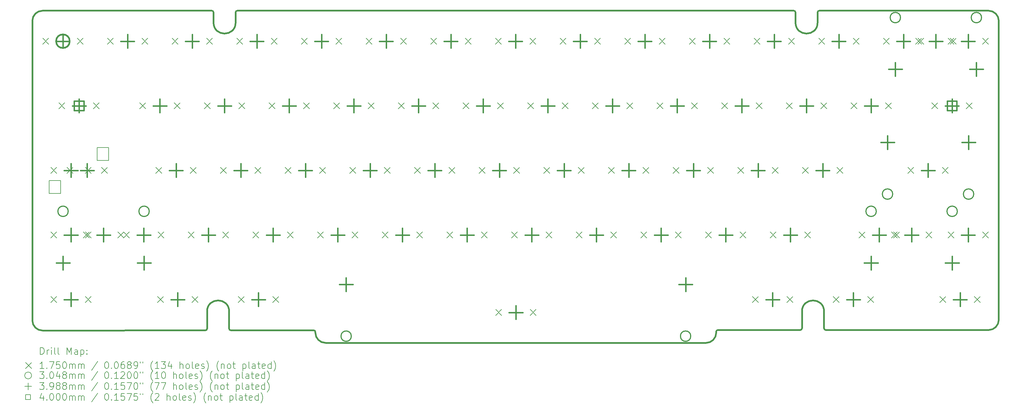
<source format=gbr>
%TF.GenerationSoftware,KiCad,Pcbnew,8.99.0-946-gf00a1ab517*%
%TF.CreationDate,2024-05-15T19:42:48+07:00*%
%TF.ProjectId,toro60_hs,746f726f-3630-45f6-9873-2e6b69636164,rev?*%
%TF.SameCoordinates,Original*%
%TF.FileFunction,Drillmap*%
%TF.FilePolarity,Positive*%
%FSLAX45Y45*%
G04 Gerber Fmt 4.5, Leading zero omitted, Abs format (unit mm)*
G04 Created by KiCad (PCBNEW 8.99.0-946-gf00a1ab517) date 2024-05-15 19:42:48*
%MOMM*%
%LPD*%
G01*
G04 APERTURE LIST*
%ADD10C,0.500000*%
%ADD11C,0.150000*%
%ADD12C,0.200000*%
%ADD13C,0.175000*%
%ADD14C,0.304800*%
%ADD15C,0.398780*%
%ADD16C,0.400000*%
G04 APERTURE END LIST*
D10*
X9451558Y-22155957D02*
G75*
G02*
X9401499Y-22105151I-48J50017D01*
G01*
X11891211Y-22153124D02*
X9451558Y-22155957D01*
X32074500Y-13027251D02*
X32074500Y-21846191D01*
X11941652Y-22226000D02*
X11941280Y-22202325D01*
X8891989Y-12726209D02*
X3902475Y-12726209D01*
X9592000Y-12776211D02*
G75*
G02*
X9641179Y-12726207I50020J-9D01*
G01*
X8942000Y-12776646D02*
X8942000Y-13077323D01*
X8891989Y-12726209D02*
G75*
G02*
X8941999Y-12776646I1J-50011D01*
G01*
X9401500Y-22105151D02*
X9401500Y-21598709D01*
X9592000Y-13076211D02*
G75*
G02*
X8942002Y-13077323I-325000J1D01*
G01*
X26036969Y-12726209D02*
G75*
G02*
X26086991Y-12776231I11J-50011D01*
G01*
X26086999Y-12776231D02*
X26086999Y-13076201D01*
X4704500Y-13626500D02*
G75*
G02*
X4304500Y-13626500I-200000J0D01*
G01*
X4304500Y-13626500D02*
G75*
G02*
X4704500Y-13626500I200000J0D01*
G01*
X8701558Y-22156828D02*
X8701558Y-22156828D01*
X8751500Y-21598709D02*
X8751500Y-22106831D01*
X26736999Y-13076201D02*
G75*
G02*
X26086999Y-13076201I-325000J0D01*
G01*
X26977489Y-22146209D02*
G75*
G02*
X26927498Y-22095357I11J50009D01*
G01*
X3604500Y-21862399D02*
X3604500Y-13026211D01*
X23749650Y-22196221D02*
X23750000Y-22226000D01*
X26277499Y-21598701D02*
X26277499Y-22096191D01*
X26036969Y-12726209D02*
X9641179Y-12726209D01*
X8701558Y-22156828D02*
X3904848Y-22162399D01*
X8751500Y-22106831D02*
G75*
G02*
X8701558Y-22156830I-50000J1D01*
G01*
X3904848Y-22162399D02*
G75*
G02*
X3604501Y-21862399I-348J299999D01*
G01*
X9592000Y-13076211D02*
X9592000Y-12776211D01*
X31774499Y-12726209D02*
G75*
G02*
X32074499Y-13027251I1J-300001D01*
G01*
X26736999Y-13076201D02*
X26736999Y-12776211D01*
X32074500Y-21846191D02*
G75*
G02*
X31774489Y-22146200I-300000J-9D01*
G01*
X23749650Y-22196221D02*
G75*
G02*
X23798829Y-22146207I50020J1D01*
G01*
X26786999Y-12726211D02*
X26786999Y-12726209D01*
X12242000Y-22526000D02*
G75*
G02*
X11941650Y-22226000I-350J300000D01*
G01*
X11891211Y-22153124D02*
G75*
G02*
X11941279Y-22202325I59J-50016D01*
G01*
X23750000Y-22226000D02*
G75*
G02*
X23450000Y-22526350I-300000J-350D01*
G01*
X3604500Y-13026211D02*
G75*
G02*
X3902475Y-12726207I300020J-9D01*
G01*
X31774489Y-22146202D02*
X31774489Y-22146209D01*
X8751500Y-21598709D02*
G75*
G02*
X9401500Y-21598709I325000J0D01*
G01*
X26086992Y-12776231D02*
X26086999Y-12776231D01*
X26277499Y-21598701D02*
G75*
G02*
X26927499Y-21598701I325000J0D01*
G01*
X26736999Y-12776211D02*
G75*
G02*
X26786999Y-12726209I50001J1D01*
G01*
X26227000Y-22146209D02*
X23798829Y-22146209D01*
X26277499Y-22096191D02*
G75*
G02*
X26227000Y-22146207I-50019J1D01*
G01*
X26977489Y-22146209D02*
X31774489Y-22146209D01*
X23450000Y-22526348D02*
X12242000Y-22526000D01*
X26927499Y-22095357D02*
X26927499Y-21598701D01*
X26786999Y-12726209D02*
X31774499Y-12726209D01*
D11*
X5513750Y-16766250D02*
X5853750Y-16766250D01*
X5513750Y-17146250D02*
X5513750Y-16766250D01*
X5513750Y-17146250D02*
X5853750Y-17146250D01*
X5853750Y-17146250D02*
X5853750Y-16766250D01*
X4095250Y-17736750D02*
X4095250Y-18116750D01*
X4435250Y-17736750D02*
X4095250Y-17736750D01*
X4435250Y-17736750D02*
X4435250Y-18116750D01*
X4435250Y-18116750D02*
X4095250Y-18116750D01*
D12*
D13*
X3908500Y-13540000D02*
X4083500Y-13715000D01*
X4083500Y-13540000D02*
X3908500Y-13715000D01*
X4146600Y-17350000D02*
X4321600Y-17525000D01*
X4321600Y-17350000D02*
X4146600Y-17525000D01*
X4146600Y-19255000D02*
X4321600Y-19430000D01*
X4321600Y-19255000D02*
X4146600Y-19430000D01*
X4146600Y-21160000D02*
X4321600Y-21335000D01*
X4321600Y-21160000D02*
X4146600Y-21335000D01*
X4384800Y-15445000D02*
X4559800Y-15620000D01*
X4559800Y-15445000D02*
X4384800Y-15620000D01*
X4622900Y-17350000D02*
X4797900Y-17525000D01*
X4797900Y-17350000D02*
X4622900Y-17525000D01*
X4924500Y-13540000D02*
X5099500Y-13715000D01*
X5099500Y-13540000D02*
X4924500Y-13715000D01*
X5106560Y-19255000D02*
X5281560Y-19430000D01*
X5281560Y-19255000D02*
X5106560Y-19430000D01*
X5162600Y-17350000D02*
X5337600Y-17525000D01*
X5337600Y-17350000D02*
X5162600Y-17525000D01*
X5162600Y-19255000D02*
X5337600Y-19430000D01*
X5337600Y-19255000D02*
X5162600Y-19430000D01*
X5162600Y-21160000D02*
X5337600Y-21335000D01*
X5337600Y-21160000D02*
X5162600Y-21335000D01*
X5400800Y-15445000D02*
X5575800Y-15620000D01*
X5575800Y-15445000D02*
X5400800Y-15620000D01*
X5638900Y-17350000D02*
X5813900Y-17525000D01*
X5813900Y-17350000D02*
X5638900Y-17525000D01*
X5813500Y-13540000D02*
X5988500Y-13715000D01*
X5988500Y-13540000D02*
X5813500Y-13715000D01*
X6122560Y-19255000D02*
X6297560Y-19430000D01*
X6297560Y-19255000D02*
X6122560Y-19430000D01*
X6289750Y-19255000D02*
X6464750Y-19430000D01*
X6464750Y-19255000D02*
X6289750Y-19430000D01*
X6766000Y-15445000D02*
X6941000Y-15620000D01*
X6941000Y-15445000D02*
X6766000Y-15620000D01*
X6829500Y-13540000D02*
X7004500Y-13715000D01*
X7004500Y-13540000D02*
X6829500Y-13715000D01*
X7242250Y-17350000D02*
X7417250Y-17525000D01*
X7417250Y-17350000D02*
X7242250Y-17525000D01*
X7289850Y-21160000D02*
X7464850Y-21335000D01*
X7464850Y-21160000D02*
X7289850Y-21335000D01*
X7305750Y-19255000D02*
X7480750Y-19430000D01*
X7480750Y-19255000D02*
X7305750Y-19430000D01*
X7718500Y-13540000D02*
X7893500Y-13715000D01*
X7893500Y-13540000D02*
X7718500Y-13715000D01*
X7782000Y-15445000D02*
X7957000Y-15620000D01*
X7957000Y-15445000D02*
X7782000Y-15620000D01*
X8194750Y-19255000D02*
X8369750Y-19430000D01*
X8369750Y-19255000D02*
X8194750Y-19430000D01*
X8258250Y-17350000D02*
X8433250Y-17525000D01*
X8433250Y-17350000D02*
X8258250Y-17525000D01*
X8305850Y-21160000D02*
X8480850Y-21335000D01*
X8480850Y-21160000D02*
X8305850Y-21335000D01*
X8671000Y-15445000D02*
X8846000Y-15620000D01*
X8846000Y-15445000D02*
X8671000Y-15620000D01*
X8734500Y-13540000D02*
X8909500Y-13715000D01*
X8909500Y-13540000D02*
X8734500Y-13715000D01*
X9147250Y-17350000D02*
X9322250Y-17525000D01*
X9322250Y-17350000D02*
X9147250Y-17525000D01*
X9210750Y-19255000D02*
X9385750Y-19430000D01*
X9385750Y-19255000D02*
X9210750Y-19430000D01*
X9623500Y-13540000D02*
X9798500Y-13715000D01*
X9798500Y-13540000D02*
X9623500Y-13715000D01*
X9671100Y-21160000D02*
X9846100Y-21335000D01*
X9846100Y-21160000D02*
X9671100Y-21335000D01*
X9687000Y-15445000D02*
X9862000Y-15620000D01*
X9862000Y-15445000D02*
X9687000Y-15620000D01*
X10099750Y-19255000D02*
X10274750Y-19430000D01*
X10274750Y-19255000D02*
X10099750Y-19430000D01*
X10163250Y-17350000D02*
X10338250Y-17525000D01*
X10338250Y-17350000D02*
X10163250Y-17525000D01*
X10576000Y-15445000D02*
X10751000Y-15620000D01*
X10751000Y-15445000D02*
X10576000Y-15620000D01*
X10639500Y-13540000D02*
X10814500Y-13715000D01*
X10814500Y-13540000D02*
X10639500Y-13715000D01*
X10687100Y-21160000D02*
X10862100Y-21335000D01*
X10862100Y-21160000D02*
X10687100Y-21335000D01*
X11052250Y-17350000D02*
X11227250Y-17525000D01*
X11227250Y-17350000D02*
X11052250Y-17525000D01*
X11115750Y-19255000D02*
X11290750Y-19430000D01*
X11290750Y-19255000D02*
X11115750Y-19430000D01*
X11528500Y-13540000D02*
X11703500Y-13715000D01*
X11703500Y-13540000D02*
X11528500Y-13715000D01*
X11592000Y-15445000D02*
X11767000Y-15620000D01*
X11767000Y-15445000D02*
X11592000Y-15620000D01*
X12004750Y-19255000D02*
X12179750Y-19430000D01*
X12179750Y-19255000D02*
X12004750Y-19430000D01*
X12068250Y-17350000D02*
X12243250Y-17525000D01*
X12243250Y-17350000D02*
X12068250Y-17525000D01*
X12481000Y-15445000D02*
X12656000Y-15620000D01*
X12656000Y-15445000D02*
X12481000Y-15620000D01*
X12544500Y-13540000D02*
X12719500Y-13715000D01*
X12719500Y-13540000D02*
X12544500Y-13715000D01*
X12957250Y-17350000D02*
X13132250Y-17525000D01*
X13132250Y-17350000D02*
X12957250Y-17525000D01*
X13020750Y-19255000D02*
X13195750Y-19430000D01*
X13195750Y-19255000D02*
X13020750Y-19430000D01*
X13433500Y-13540000D02*
X13608500Y-13715000D01*
X13608500Y-13540000D02*
X13433500Y-13715000D01*
X13497000Y-15445000D02*
X13672000Y-15620000D01*
X13672000Y-15445000D02*
X13497000Y-15620000D01*
X13909750Y-19255000D02*
X14084750Y-19430000D01*
X14084750Y-19255000D02*
X13909750Y-19430000D01*
X13973250Y-17350000D02*
X14148250Y-17525000D01*
X14148250Y-17350000D02*
X13973250Y-17525000D01*
X14386000Y-15445000D02*
X14561000Y-15620000D01*
X14561000Y-15445000D02*
X14386000Y-15620000D01*
X14449500Y-13540000D02*
X14624500Y-13715000D01*
X14624500Y-13540000D02*
X14449500Y-13715000D01*
X14862250Y-17350000D02*
X15037250Y-17525000D01*
X15037250Y-17350000D02*
X14862250Y-17525000D01*
X14925750Y-19255000D02*
X15100750Y-19430000D01*
X15100750Y-19255000D02*
X14925750Y-19430000D01*
X15338500Y-13540000D02*
X15513500Y-13715000D01*
X15513500Y-13540000D02*
X15338500Y-13715000D01*
X15402000Y-15445000D02*
X15577000Y-15620000D01*
X15577000Y-15445000D02*
X15402000Y-15620000D01*
X15814750Y-19255000D02*
X15989750Y-19430000D01*
X15989750Y-19255000D02*
X15814750Y-19430000D01*
X15878250Y-17350000D02*
X16053250Y-17525000D01*
X16053250Y-17350000D02*
X15878250Y-17525000D01*
X16291000Y-15445000D02*
X16466000Y-15620000D01*
X16466000Y-15445000D02*
X16291000Y-15620000D01*
X16354500Y-13540000D02*
X16529500Y-13715000D01*
X16529500Y-13540000D02*
X16354500Y-13715000D01*
X16767250Y-17350000D02*
X16942250Y-17525000D01*
X16942250Y-17350000D02*
X16767250Y-17525000D01*
X16830750Y-19255000D02*
X17005750Y-19430000D01*
X17005750Y-19255000D02*
X16830750Y-19430000D01*
X17243500Y-13540000D02*
X17418500Y-13715000D01*
X17418500Y-13540000D02*
X17243500Y-13715000D01*
X17253000Y-21541000D02*
X17428000Y-21716000D01*
X17428000Y-21541000D02*
X17253000Y-21716000D01*
X17307000Y-15445000D02*
X17482000Y-15620000D01*
X17482000Y-15445000D02*
X17307000Y-15620000D01*
X17719750Y-19255000D02*
X17894750Y-19430000D01*
X17894750Y-19255000D02*
X17719750Y-19430000D01*
X17783250Y-17350000D02*
X17958250Y-17525000D01*
X17958250Y-17350000D02*
X17783250Y-17525000D01*
X18196000Y-15445000D02*
X18371000Y-15620000D01*
X18371000Y-15445000D02*
X18196000Y-15620000D01*
X18259500Y-13540000D02*
X18434500Y-13715000D01*
X18434500Y-13540000D02*
X18259500Y-13715000D01*
X18269000Y-21541000D02*
X18444000Y-21716000D01*
X18444000Y-21541000D02*
X18269000Y-21716000D01*
X18672250Y-17350000D02*
X18847250Y-17525000D01*
X18847250Y-17350000D02*
X18672250Y-17525000D01*
X18735750Y-19255000D02*
X18910750Y-19430000D01*
X18910750Y-19255000D02*
X18735750Y-19430000D01*
X19148500Y-13540000D02*
X19323500Y-13715000D01*
X19323500Y-13540000D02*
X19148500Y-13715000D01*
X19212000Y-15445000D02*
X19387000Y-15620000D01*
X19387000Y-15445000D02*
X19212000Y-15620000D01*
X19624750Y-19255000D02*
X19799750Y-19430000D01*
X19799750Y-19255000D02*
X19624750Y-19430000D01*
X19688250Y-17350000D02*
X19863250Y-17525000D01*
X19863250Y-17350000D02*
X19688250Y-17525000D01*
X20101000Y-15445000D02*
X20276000Y-15620000D01*
X20276000Y-15445000D02*
X20101000Y-15620000D01*
X20164500Y-13540000D02*
X20339500Y-13715000D01*
X20339500Y-13540000D02*
X20164500Y-13715000D01*
X20577250Y-17350000D02*
X20752250Y-17525000D01*
X20752250Y-17350000D02*
X20577250Y-17525000D01*
X20640750Y-19255000D02*
X20815750Y-19430000D01*
X20815750Y-19255000D02*
X20640750Y-19430000D01*
X21053500Y-13540000D02*
X21228500Y-13715000D01*
X21228500Y-13540000D02*
X21053500Y-13715000D01*
X21117000Y-15445000D02*
X21292000Y-15620000D01*
X21292000Y-15445000D02*
X21117000Y-15620000D01*
X21529750Y-19255000D02*
X21704750Y-19430000D01*
X21704750Y-19255000D02*
X21529750Y-19430000D01*
X21593250Y-17350000D02*
X21768250Y-17525000D01*
X21768250Y-17350000D02*
X21593250Y-17525000D01*
X22006000Y-15445000D02*
X22181000Y-15620000D01*
X22181000Y-15445000D02*
X22006000Y-15620000D01*
X22069500Y-13540000D02*
X22244500Y-13715000D01*
X22244500Y-13540000D02*
X22069500Y-13715000D01*
X22482250Y-17350000D02*
X22657250Y-17525000D01*
X22657250Y-17350000D02*
X22482250Y-17525000D01*
X22545750Y-19255000D02*
X22720750Y-19430000D01*
X22720750Y-19255000D02*
X22545750Y-19430000D01*
X22958500Y-13540000D02*
X23133500Y-13715000D01*
X23133500Y-13540000D02*
X22958500Y-13715000D01*
X23022000Y-15445000D02*
X23197000Y-15620000D01*
X23197000Y-15445000D02*
X23022000Y-15620000D01*
X23434750Y-19255000D02*
X23609750Y-19430000D01*
X23609750Y-19255000D02*
X23434750Y-19430000D01*
X23498250Y-17350000D02*
X23673250Y-17525000D01*
X23673250Y-17350000D02*
X23498250Y-17525000D01*
X23911000Y-15445000D02*
X24086000Y-15620000D01*
X24086000Y-15445000D02*
X23911000Y-15620000D01*
X23974500Y-13540000D02*
X24149500Y-13715000D01*
X24149500Y-13540000D02*
X23974500Y-13715000D01*
X24387250Y-17350000D02*
X24562250Y-17525000D01*
X24562250Y-17350000D02*
X24387250Y-17525000D01*
X24450750Y-19255000D02*
X24625750Y-19430000D01*
X24625750Y-19255000D02*
X24450750Y-19430000D01*
X24815850Y-21160000D02*
X24990850Y-21335000D01*
X24990850Y-21160000D02*
X24815850Y-21335000D01*
X24863500Y-13540000D02*
X25038500Y-13715000D01*
X25038500Y-13540000D02*
X24863500Y-13715000D01*
X24927000Y-15445000D02*
X25102000Y-15620000D01*
X25102000Y-15445000D02*
X24927000Y-15620000D01*
X25339750Y-19255000D02*
X25514750Y-19430000D01*
X25514750Y-19255000D02*
X25339750Y-19430000D01*
X25403250Y-17350000D02*
X25578250Y-17525000D01*
X25578250Y-17350000D02*
X25403250Y-17525000D01*
X25816000Y-15445000D02*
X25991000Y-15620000D01*
X25991000Y-15445000D02*
X25816000Y-15620000D01*
X25831850Y-21160000D02*
X26006850Y-21335000D01*
X26006850Y-21160000D02*
X25831850Y-21335000D01*
X25879500Y-13540000D02*
X26054500Y-13715000D01*
X26054500Y-13540000D02*
X25879500Y-13715000D01*
X26292250Y-17350000D02*
X26467250Y-17525000D01*
X26467250Y-17350000D02*
X26292250Y-17525000D01*
X26355750Y-19255000D02*
X26530750Y-19430000D01*
X26530750Y-19255000D02*
X26355750Y-19430000D01*
X26768500Y-13540000D02*
X26943500Y-13715000D01*
X26943500Y-13540000D02*
X26768500Y-13715000D01*
X26832000Y-15445000D02*
X27007000Y-15620000D01*
X27007000Y-15445000D02*
X26832000Y-15620000D01*
X27197100Y-21160000D02*
X27372100Y-21335000D01*
X27372100Y-21160000D02*
X27197100Y-21335000D01*
X27308250Y-17350000D02*
X27483250Y-17525000D01*
X27483250Y-17350000D02*
X27308250Y-17525000D01*
X27721000Y-15445000D02*
X27896000Y-15620000D01*
X27896000Y-15445000D02*
X27721000Y-15620000D01*
X27784500Y-13540000D02*
X27959500Y-13715000D01*
X27959500Y-13540000D02*
X27784500Y-13715000D01*
X27959150Y-19255000D02*
X28134150Y-19430000D01*
X28134150Y-19255000D02*
X27959150Y-19430000D01*
X28213100Y-21160000D02*
X28388100Y-21335000D01*
X28388100Y-21160000D02*
X28213100Y-21335000D01*
X28673500Y-13540000D02*
X28848500Y-13715000D01*
X28848500Y-13540000D02*
X28673500Y-13715000D01*
X28737000Y-15445000D02*
X28912000Y-15620000D01*
X28912000Y-15445000D02*
X28737000Y-15620000D01*
X28911650Y-19255000D02*
X29086650Y-19430000D01*
X29086650Y-19255000D02*
X28911650Y-19430000D01*
X28975150Y-19255000D02*
X29150150Y-19430000D01*
X29150150Y-19255000D02*
X28975150Y-19430000D01*
X29395310Y-17350000D02*
X29570310Y-17525000D01*
X29570310Y-17350000D02*
X29395310Y-17525000D01*
X29626000Y-13540000D02*
X29801000Y-13715000D01*
X29801000Y-13540000D02*
X29626000Y-13715000D01*
X29689500Y-13540000D02*
X29864500Y-13715000D01*
X29864500Y-13540000D02*
X29689500Y-13715000D01*
X29927650Y-19255000D02*
X30102650Y-19430000D01*
X30102650Y-19255000D02*
X29927650Y-19430000D01*
X30102300Y-15445000D02*
X30277300Y-15620000D01*
X30277300Y-15445000D02*
X30102300Y-15620000D01*
X30340350Y-21160000D02*
X30515350Y-21335000D01*
X30515350Y-21160000D02*
X30340350Y-21335000D01*
X30411310Y-17350000D02*
X30586310Y-17525000D01*
X30586310Y-17350000D02*
X30411310Y-17525000D01*
X30578500Y-13540000D02*
X30753500Y-13715000D01*
X30753500Y-13540000D02*
X30578500Y-13715000D01*
X30578500Y-19255000D02*
X30753500Y-19430000D01*
X30753500Y-19255000D02*
X30578500Y-19430000D01*
X30642000Y-13540000D02*
X30817000Y-13715000D01*
X30817000Y-13540000D02*
X30642000Y-13715000D01*
X31118300Y-15445000D02*
X31293300Y-15620000D01*
X31293300Y-15445000D02*
X31118300Y-15620000D01*
X31356350Y-21160000D02*
X31531350Y-21335000D01*
X31531350Y-21160000D02*
X31356350Y-21335000D01*
X31594500Y-13540000D02*
X31769500Y-13715000D01*
X31769500Y-13540000D02*
X31594500Y-13715000D01*
X31594500Y-19255000D02*
X31769500Y-19430000D01*
X31769500Y-19255000D02*
X31594500Y-19430000D01*
D14*
X4660660Y-18644000D02*
G75*
G02*
X4355860Y-18644000I-152400J0D01*
G01*
X4355860Y-18644000D02*
G75*
G02*
X4660660Y-18644000I152400J0D01*
G01*
X7048260Y-18644000D02*
G75*
G02*
X6743460Y-18644000I-152400J0D01*
G01*
X6743460Y-18644000D02*
G75*
G02*
X7048260Y-18644000I152400J0D01*
G01*
X13000910Y-22327000D02*
G75*
G02*
X12696110Y-22327000I-152400J0D01*
G01*
X12696110Y-22327000D02*
G75*
G02*
X13000910Y-22327000I152400J0D01*
G01*
X23000890Y-22327000D02*
G75*
G02*
X22696090Y-22327000I-152400J0D01*
G01*
X22696090Y-22327000D02*
G75*
G02*
X23000890Y-22327000I152400J0D01*
G01*
X28465750Y-18644000D02*
G75*
G02*
X28160950Y-18644000I-152400J0D01*
G01*
X28160950Y-18644000D02*
G75*
G02*
X28465750Y-18644000I152400J0D01*
G01*
X28949410Y-18136000D02*
G75*
G02*
X28644610Y-18136000I-152400J0D01*
G01*
X28644610Y-18136000D02*
G75*
G02*
X28949410Y-18136000I152400J0D01*
G01*
X29180100Y-12929000D02*
G75*
G02*
X28875300Y-12929000I-152400J0D01*
G01*
X28875300Y-12929000D02*
G75*
G02*
X29180100Y-12929000I152400J0D01*
G01*
X30853350Y-18644000D02*
G75*
G02*
X30548550Y-18644000I-152400J0D01*
G01*
X30548550Y-18644000D02*
G75*
G02*
X30853350Y-18644000I152400J0D01*
G01*
X31337010Y-18136000D02*
G75*
G02*
X31032210Y-18136000I-152400J0D01*
G01*
X31032210Y-18136000D02*
G75*
G02*
X31337010Y-18136000I152400J0D01*
G01*
X31567700Y-12929000D02*
G75*
G02*
X31262900Y-12929000I-152400J0D01*
G01*
X31262900Y-12929000D02*
G75*
G02*
X31567700Y-12929000I152400J0D01*
G01*
D15*
X4504000Y-13428110D02*
X4504000Y-13826890D01*
X4304610Y-13627500D02*
X4703390Y-13627500D01*
X4508260Y-19968610D02*
X4508260Y-20367390D01*
X4308870Y-20168000D02*
X4707650Y-20168000D01*
X4742100Y-17238110D02*
X4742100Y-17636890D01*
X4542710Y-17437500D02*
X4941490Y-17437500D01*
X4742100Y-19143110D02*
X4742100Y-19541890D01*
X4542710Y-19342500D02*
X4941490Y-19342500D01*
X4742100Y-21048110D02*
X4742100Y-21446890D01*
X4542710Y-21247500D02*
X4941490Y-21247500D01*
X4980300Y-15333110D02*
X4980300Y-15731890D01*
X4780910Y-15532500D02*
X5179690Y-15532500D01*
X5218400Y-17238110D02*
X5218400Y-17636890D01*
X5019010Y-17437500D02*
X5417790Y-17437500D01*
X5702060Y-19143110D02*
X5702060Y-19541890D01*
X5502670Y-19342500D02*
X5901450Y-19342500D01*
X6409000Y-13428110D02*
X6409000Y-13826890D01*
X6209610Y-13627500D02*
X6608390Y-13627500D01*
X6885250Y-19143110D02*
X6885250Y-19541890D01*
X6685860Y-19342500D02*
X7084640Y-19342500D01*
X6895860Y-19968610D02*
X6895860Y-20367390D01*
X6696470Y-20168000D02*
X7095250Y-20168000D01*
X7361500Y-15333110D02*
X7361500Y-15731890D01*
X7162110Y-15532500D02*
X7560890Y-15532500D01*
X7837750Y-17238110D02*
X7837750Y-17636890D01*
X7638360Y-17437500D02*
X8037140Y-17437500D01*
X7885350Y-21048110D02*
X7885350Y-21446890D01*
X7685960Y-21247500D02*
X8084740Y-21247500D01*
X8314000Y-13428110D02*
X8314000Y-13826890D01*
X8114610Y-13627500D02*
X8513390Y-13627500D01*
X8790250Y-19143110D02*
X8790250Y-19541890D01*
X8590860Y-19342500D02*
X8989640Y-19342500D01*
X9266500Y-15333110D02*
X9266500Y-15731890D01*
X9067110Y-15532500D02*
X9465890Y-15532500D01*
X9742750Y-17238110D02*
X9742750Y-17636890D01*
X9543360Y-17437500D02*
X9942140Y-17437500D01*
X10219000Y-13428110D02*
X10219000Y-13826890D01*
X10019610Y-13627500D02*
X10418390Y-13627500D01*
X10266600Y-21048110D02*
X10266600Y-21446890D01*
X10067210Y-21247500D02*
X10465990Y-21247500D01*
X10695250Y-19143110D02*
X10695250Y-19541890D01*
X10495860Y-19342500D02*
X10894640Y-19342500D01*
X11171500Y-15333110D02*
X11171500Y-15731890D01*
X10972110Y-15532500D02*
X11370890Y-15532500D01*
X11647750Y-17238110D02*
X11647750Y-17636890D01*
X11448360Y-17437500D02*
X11847140Y-17437500D01*
X12124000Y-13428110D02*
X12124000Y-13826890D01*
X11924610Y-13627500D02*
X12323390Y-13627500D01*
X12600250Y-19143110D02*
X12600250Y-19541890D01*
X12400860Y-19342500D02*
X12799640Y-19342500D01*
X12848510Y-20603610D02*
X12848510Y-21002390D01*
X12649120Y-20803000D02*
X13047900Y-20803000D01*
X13076500Y-15333110D02*
X13076500Y-15731890D01*
X12877110Y-15532500D02*
X13275890Y-15532500D01*
X13552750Y-17238110D02*
X13552750Y-17636890D01*
X13353360Y-17437500D02*
X13752140Y-17437500D01*
X14029000Y-13428110D02*
X14029000Y-13826890D01*
X13829610Y-13627500D02*
X14228390Y-13627500D01*
X14505250Y-19143110D02*
X14505250Y-19541890D01*
X14305860Y-19342500D02*
X14704640Y-19342500D01*
X14981500Y-15333110D02*
X14981500Y-15731890D01*
X14782110Y-15532500D02*
X15180890Y-15532500D01*
X15457750Y-17238110D02*
X15457750Y-17636890D01*
X15258360Y-17437500D02*
X15657140Y-17437500D01*
X15934000Y-13428110D02*
X15934000Y-13826890D01*
X15734610Y-13627500D02*
X16133390Y-13627500D01*
X16410250Y-19143110D02*
X16410250Y-19541890D01*
X16210860Y-19342500D02*
X16609640Y-19342500D01*
X16886500Y-15333110D02*
X16886500Y-15731890D01*
X16687110Y-15532500D02*
X17085890Y-15532500D01*
X17362750Y-17238110D02*
X17362750Y-17636890D01*
X17163360Y-17437500D02*
X17562140Y-17437500D01*
X17839000Y-13428110D02*
X17839000Y-13826890D01*
X17639610Y-13627500D02*
X18038390Y-13627500D01*
X17848500Y-21429110D02*
X17848500Y-21827890D01*
X17649110Y-21628500D02*
X18047890Y-21628500D01*
X18315250Y-19143110D02*
X18315250Y-19541890D01*
X18115860Y-19342500D02*
X18514640Y-19342500D01*
X18791500Y-15333110D02*
X18791500Y-15731890D01*
X18592110Y-15532500D02*
X18990890Y-15532500D01*
X19267750Y-17238110D02*
X19267750Y-17636890D01*
X19068360Y-17437500D02*
X19467140Y-17437500D01*
X19744000Y-13428110D02*
X19744000Y-13826890D01*
X19544610Y-13627500D02*
X19943390Y-13627500D01*
X20220250Y-19143110D02*
X20220250Y-19541890D01*
X20020860Y-19342500D02*
X20419640Y-19342500D01*
X20696500Y-15333110D02*
X20696500Y-15731890D01*
X20497110Y-15532500D02*
X20895890Y-15532500D01*
X21172750Y-17238110D02*
X21172750Y-17636890D01*
X20973360Y-17437500D02*
X21372140Y-17437500D01*
X21649000Y-13428110D02*
X21649000Y-13826890D01*
X21449610Y-13627500D02*
X21848390Y-13627500D01*
X22125250Y-19143110D02*
X22125250Y-19541890D01*
X21925860Y-19342500D02*
X22324640Y-19342500D01*
X22601500Y-15333110D02*
X22601500Y-15731890D01*
X22402110Y-15532500D02*
X22800890Y-15532500D01*
X22848490Y-20603610D02*
X22848490Y-21002390D01*
X22649100Y-20803000D02*
X23047880Y-20803000D01*
X23077750Y-17238110D02*
X23077750Y-17636890D01*
X22878360Y-17437500D02*
X23277140Y-17437500D01*
X23554000Y-13428110D02*
X23554000Y-13826890D01*
X23354610Y-13627500D02*
X23753390Y-13627500D01*
X24030250Y-19143110D02*
X24030250Y-19541890D01*
X23830860Y-19342500D02*
X24229640Y-19342500D01*
X24506500Y-15333110D02*
X24506500Y-15731890D01*
X24307110Y-15532500D02*
X24705890Y-15532500D01*
X24982750Y-17238110D02*
X24982750Y-17636890D01*
X24783360Y-17437500D02*
X25182140Y-17437500D01*
X25411350Y-21048110D02*
X25411350Y-21446890D01*
X25211960Y-21247500D02*
X25610740Y-21247500D01*
X25459000Y-13428110D02*
X25459000Y-13826890D01*
X25259610Y-13627500D02*
X25658390Y-13627500D01*
X25935250Y-19143110D02*
X25935250Y-19541890D01*
X25735860Y-19342500D02*
X26134640Y-19342500D01*
X26411500Y-15333110D02*
X26411500Y-15731890D01*
X26212110Y-15532500D02*
X26610890Y-15532500D01*
X26887750Y-17238110D02*
X26887750Y-17636890D01*
X26688360Y-17437500D02*
X27087140Y-17437500D01*
X27364000Y-13428110D02*
X27364000Y-13826890D01*
X27164610Y-13627500D02*
X27563390Y-13627500D01*
X27792600Y-21048110D02*
X27792600Y-21446890D01*
X27593210Y-21247500D02*
X27991990Y-21247500D01*
X28313350Y-19968610D02*
X28313350Y-20367390D01*
X28113960Y-20168000D02*
X28512740Y-20168000D01*
X28316500Y-15333110D02*
X28316500Y-15731890D01*
X28117110Y-15532500D02*
X28515890Y-15532500D01*
X28554650Y-19143110D02*
X28554650Y-19541890D01*
X28355260Y-19342500D02*
X28754040Y-19342500D01*
X28797010Y-16412610D02*
X28797010Y-16811390D01*
X28597620Y-16612000D02*
X28996400Y-16612000D01*
X29027700Y-14253610D02*
X29027700Y-14652390D01*
X28828310Y-14453000D02*
X29227090Y-14453000D01*
X29269000Y-13428110D02*
X29269000Y-13826890D01*
X29069610Y-13627500D02*
X29468390Y-13627500D01*
X29507150Y-19143110D02*
X29507150Y-19541890D01*
X29307760Y-19342500D02*
X29706540Y-19342500D01*
X29990810Y-17238110D02*
X29990810Y-17636890D01*
X29791420Y-17437500D02*
X30190200Y-17437500D01*
X30221500Y-13428110D02*
X30221500Y-13826890D01*
X30022110Y-13627500D02*
X30420890Y-13627500D01*
X30697800Y-15333110D02*
X30697800Y-15731890D01*
X30498410Y-15532500D02*
X30897190Y-15532500D01*
X30700950Y-19968610D02*
X30700950Y-20367390D01*
X30501560Y-20168000D02*
X30900340Y-20168000D01*
X30935850Y-21048110D02*
X30935850Y-21446890D01*
X30736460Y-21247500D02*
X31135240Y-21247500D01*
X31174000Y-13428110D02*
X31174000Y-13826890D01*
X30974610Y-13627500D02*
X31373390Y-13627500D01*
X31174000Y-19143110D02*
X31174000Y-19541890D01*
X30974610Y-19342500D02*
X31373390Y-19342500D01*
X31184610Y-16412610D02*
X31184610Y-16811390D01*
X30985220Y-16612000D02*
X31384000Y-16612000D01*
X31415300Y-14253610D02*
X31415300Y-14652390D01*
X31215910Y-14453000D02*
X31614690Y-14453000D01*
D16*
X5121723Y-15673923D02*
X5121723Y-15391077D01*
X4838877Y-15391077D01*
X4838877Y-15673923D01*
X5121723Y-15673923D01*
X30839223Y-15673923D02*
X30839223Y-15391077D01*
X30556377Y-15391077D01*
X30556377Y-15673923D01*
X30839223Y-15673923D01*
D12*
X3840277Y-22862832D02*
X3840277Y-22662832D01*
X3840277Y-22662832D02*
X3887896Y-22662832D01*
X3887896Y-22662832D02*
X3916467Y-22672355D01*
X3916467Y-22672355D02*
X3935515Y-22691403D01*
X3935515Y-22691403D02*
X3945039Y-22710451D01*
X3945039Y-22710451D02*
X3954562Y-22748546D01*
X3954562Y-22748546D02*
X3954562Y-22777117D01*
X3954562Y-22777117D02*
X3945039Y-22815212D01*
X3945039Y-22815212D02*
X3935515Y-22834260D01*
X3935515Y-22834260D02*
X3916467Y-22853308D01*
X3916467Y-22853308D02*
X3887896Y-22862832D01*
X3887896Y-22862832D02*
X3840277Y-22862832D01*
X4040277Y-22862832D02*
X4040277Y-22729498D01*
X4040277Y-22767593D02*
X4049801Y-22748546D01*
X4049801Y-22748546D02*
X4059324Y-22739022D01*
X4059324Y-22739022D02*
X4078372Y-22729498D01*
X4078372Y-22729498D02*
X4097420Y-22729498D01*
X4164086Y-22862832D02*
X4164086Y-22729498D01*
X4164086Y-22662832D02*
X4154562Y-22672355D01*
X4154562Y-22672355D02*
X4164086Y-22681879D01*
X4164086Y-22681879D02*
X4173610Y-22672355D01*
X4173610Y-22672355D02*
X4164086Y-22662832D01*
X4164086Y-22662832D02*
X4164086Y-22681879D01*
X4287896Y-22862832D02*
X4268848Y-22853308D01*
X4268848Y-22853308D02*
X4259324Y-22834260D01*
X4259324Y-22834260D02*
X4259324Y-22662832D01*
X4392658Y-22862832D02*
X4373610Y-22853308D01*
X4373610Y-22853308D02*
X4364086Y-22834260D01*
X4364086Y-22834260D02*
X4364086Y-22662832D01*
X4621229Y-22862832D02*
X4621229Y-22662832D01*
X4621229Y-22662832D02*
X4687896Y-22805689D01*
X4687896Y-22805689D02*
X4754563Y-22662832D01*
X4754563Y-22662832D02*
X4754563Y-22862832D01*
X4935515Y-22862832D02*
X4935515Y-22758070D01*
X4935515Y-22758070D02*
X4925991Y-22739022D01*
X4925991Y-22739022D02*
X4906944Y-22729498D01*
X4906944Y-22729498D02*
X4868848Y-22729498D01*
X4868848Y-22729498D02*
X4849801Y-22739022D01*
X4935515Y-22853308D02*
X4916467Y-22862832D01*
X4916467Y-22862832D02*
X4868848Y-22862832D01*
X4868848Y-22862832D02*
X4849801Y-22853308D01*
X4849801Y-22853308D02*
X4840277Y-22834260D01*
X4840277Y-22834260D02*
X4840277Y-22815212D01*
X4840277Y-22815212D02*
X4849801Y-22796165D01*
X4849801Y-22796165D02*
X4868848Y-22786641D01*
X4868848Y-22786641D02*
X4916467Y-22786641D01*
X4916467Y-22786641D02*
X4935515Y-22777117D01*
X5030753Y-22729498D02*
X5030753Y-22929498D01*
X5030753Y-22739022D02*
X5049801Y-22729498D01*
X5049801Y-22729498D02*
X5087896Y-22729498D01*
X5087896Y-22729498D02*
X5106944Y-22739022D01*
X5106944Y-22739022D02*
X5116467Y-22748546D01*
X5116467Y-22748546D02*
X5125991Y-22767593D01*
X5125991Y-22767593D02*
X5125991Y-22824736D01*
X5125991Y-22824736D02*
X5116467Y-22843784D01*
X5116467Y-22843784D02*
X5106944Y-22853308D01*
X5106944Y-22853308D02*
X5087896Y-22862832D01*
X5087896Y-22862832D02*
X5049801Y-22862832D01*
X5049801Y-22862832D02*
X5030753Y-22853308D01*
X5211705Y-22843784D02*
X5221229Y-22853308D01*
X5221229Y-22853308D02*
X5211705Y-22862832D01*
X5211705Y-22862832D02*
X5202182Y-22853308D01*
X5202182Y-22853308D02*
X5211705Y-22843784D01*
X5211705Y-22843784D02*
X5211705Y-22862832D01*
X5211705Y-22739022D02*
X5221229Y-22748546D01*
X5221229Y-22748546D02*
X5211705Y-22758070D01*
X5211705Y-22758070D02*
X5202182Y-22748546D01*
X5202182Y-22748546D02*
X5211705Y-22739022D01*
X5211705Y-22739022D02*
X5211705Y-22758070D01*
D13*
X3404500Y-23103848D02*
X3579500Y-23278848D01*
X3579500Y-23103848D02*
X3404500Y-23278848D01*
D12*
X3945039Y-23282832D02*
X3830753Y-23282832D01*
X3887896Y-23282832D02*
X3887896Y-23082832D01*
X3887896Y-23082832D02*
X3868848Y-23111403D01*
X3868848Y-23111403D02*
X3849801Y-23130451D01*
X3849801Y-23130451D02*
X3830753Y-23139974D01*
X4030753Y-23263784D02*
X4040277Y-23273308D01*
X4040277Y-23273308D02*
X4030753Y-23282832D01*
X4030753Y-23282832D02*
X4021229Y-23273308D01*
X4021229Y-23273308D02*
X4030753Y-23263784D01*
X4030753Y-23263784D02*
X4030753Y-23282832D01*
X4106943Y-23082832D02*
X4240277Y-23082832D01*
X4240277Y-23082832D02*
X4154562Y-23282832D01*
X4411705Y-23082832D02*
X4316467Y-23082832D01*
X4316467Y-23082832D02*
X4306944Y-23178070D01*
X4306944Y-23178070D02*
X4316467Y-23168546D01*
X4316467Y-23168546D02*
X4335515Y-23159022D01*
X4335515Y-23159022D02*
X4383134Y-23159022D01*
X4383134Y-23159022D02*
X4402182Y-23168546D01*
X4402182Y-23168546D02*
X4411705Y-23178070D01*
X4411705Y-23178070D02*
X4421229Y-23197117D01*
X4421229Y-23197117D02*
X4421229Y-23244736D01*
X4421229Y-23244736D02*
X4411705Y-23263784D01*
X4411705Y-23263784D02*
X4402182Y-23273308D01*
X4402182Y-23273308D02*
X4383134Y-23282832D01*
X4383134Y-23282832D02*
X4335515Y-23282832D01*
X4335515Y-23282832D02*
X4316467Y-23273308D01*
X4316467Y-23273308D02*
X4306944Y-23263784D01*
X4545039Y-23082832D02*
X4564086Y-23082832D01*
X4564086Y-23082832D02*
X4583134Y-23092355D01*
X4583134Y-23092355D02*
X4592658Y-23101879D01*
X4592658Y-23101879D02*
X4602182Y-23120927D01*
X4602182Y-23120927D02*
X4611705Y-23159022D01*
X4611705Y-23159022D02*
X4611705Y-23206641D01*
X4611705Y-23206641D02*
X4602182Y-23244736D01*
X4602182Y-23244736D02*
X4592658Y-23263784D01*
X4592658Y-23263784D02*
X4583134Y-23273308D01*
X4583134Y-23273308D02*
X4564086Y-23282832D01*
X4564086Y-23282832D02*
X4545039Y-23282832D01*
X4545039Y-23282832D02*
X4525991Y-23273308D01*
X4525991Y-23273308D02*
X4516467Y-23263784D01*
X4516467Y-23263784D02*
X4506944Y-23244736D01*
X4506944Y-23244736D02*
X4497420Y-23206641D01*
X4497420Y-23206641D02*
X4497420Y-23159022D01*
X4497420Y-23159022D02*
X4506944Y-23120927D01*
X4506944Y-23120927D02*
X4516467Y-23101879D01*
X4516467Y-23101879D02*
X4525991Y-23092355D01*
X4525991Y-23092355D02*
X4545039Y-23082832D01*
X4697420Y-23282832D02*
X4697420Y-23149498D01*
X4697420Y-23168546D02*
X4706944Y-23159022D01*
X4706944Y-23159022D02*
X4725991Y-23149498D01*
X4725991Y-23149498D02*
X4754563Y-23149498D01*
X4754563Y-23149498D02*
X4773610Y-23159022D01*
X4773610Y-23159022D02*
X4783134Y-23178070D01*
X4783134Y-23178070D02*
X4783134Y-23282832D01*
X4783134Y-23178070D02*
X4792658Y-23159022D01*
X4792658Y-23159022D02*
X4811705Y-23149498D01*
X4811705Y-23149498D02*
X4840277Y-23149498D01*
X4840277Y-23149498D02*
X4859325Y-23159022D01*
X4859325Y-23159022D02*
X4868848Y-23178070D01*
X4868848Y-23178070D02*
X4868848Y-23282832D01*
X4964086Y-23282832D02*
X4964086Y-23149498D01*
X4964086Y-23168546D02*
X4973610Y-23159022D01*
X4973610Y-23159022D02*
X4992658Y-23149498D01*
X4992658Y-23149498D02*
X5021229Y-23149498D01*
X5021229Y-23149498D02*
X5040277Y-23159022D01*
X5040277Y-23159022D02*
X5049801Y-23178070D01*
X5049801Y-23178070D02*
X5049801Y-23282832D01*
X5049801Y-23178070D02*
X5059325Y-23159022D01*
X5059325Y-23159022D02*
X5078372Y-23149498D01*
X5078372Y-23149498D02*
X5106944Y-23149498D01*
X5106944Y-23149498D02*
X5125991Y-23159022D01*
X5125991Y-23159022D02*
X5135515Y-23178070D01*
X5135515Y-23178070D02*
X5135515Y-23282832D01*
X5525991Y-23073308D02*
X5354563Y-23330451D01*
X5783134Y-23082832D02*
X5802182Y-23082832D01*
X5802182Y-23082832D02*
X5821229Y-23092355D01*
X5821229Y-23092355D02*
X5830753Y-23101879D01*
X5830753Y-23101879D02*
X5840277Y-23120927D01*
X5840277Y-23120927D02*
X5849801Y-23159022D01*
X5849801Y-23159022D02*
X5849801Y-23206641D01*
X5849801Y-23206641D02*
X5840277Y-23244736D01*
X5840277Y-23244736D02*
X5830753Y-23263784D01*
X5830753Y-23263784D02*
X5821229Y-23273308D01*
X5821229Y-23273308D02*
X5802182Y-23282832D01*
X5802182Y-23282832D02*
X5783134Y-23282832D01*
X5783134Y-23282832D02*
X5764086Y-23273308D01*
X5764086Y-23273308D02*
X5754563Y-23263784D01*
X5754563Y-23263784D02*
X5745039Y-23244736D01*
X5745039Y-23244736D02*
X5735515Y-23206641D01*
X5735515Y-23206641D02*
X5735515Y-23159022D01*
X5735515Y-23159022D02*
X5745039Y-23120927D01*
X5745039Y-23120927D02*
X5754563Y-23101879D01*
X5754563Y-23101879D02*
X5764086Y-23092355D01*
X5764086Y-23092355D02*
X5783134Y-23082832D01*
X5935515Y-23263784D02*
X5945039Y-23273308D01*
X5945039Y-23273308D02*
X5935515Y-23282832D01*
X5935515Y-23282832D02*
X5925991Y-23273308D01*
X5925991Y-23273308D02*
X5935515Y-23263784D01*
X5935515Y-23263784D02*
X5935515Y-23282832D01*
X6068848Y-23082832D02*
X6087896Y-23082832D01*
X6087896Y-23082832D02*
X6106944Y-23092355D01*
X6106944Y-23092355D02*
X6116467Y-23101879D01*
X6116467Y-23101879D02*
X6125991Y-23120927D01*
X6125991Y-23120927D02*
X6135515Y-23159022D01*
X6135515Y-23159022D02*
X6135515Y-23206641D01*
X6135515Y-23206641D02*
X6125991Y-23244736D01*
X6125991Y-23244736D02*
X6116467Y-23263784D01*
X6116467Y-23263784D02*
X6106944Y-23273308D01*
X6106944Y-23273308D02*
X6087896Y-23282832D01*
X6087896Y-23282832D02*
X6068848Y-23282832D01*
X6068848Y-23282832D02*
X6049801Y-23273308D01*
X6049801Y-23273308D02*
X6040277Y-23263784D01*
X6040277Y-23263784D02*
X6030753Y-23244736D01*
X6030753Y-23244736D02*
X6021229Y-23206641D01*
X6021229Y-23206641D02*
X6021229Y-23159022D01*
X6021229Y-23159022D02*
X6030753Y-23120927D01*
X6030753Y-23120927D02*
X6040277Y-23101879D01*
X6040277Y-23101879D02*
X6049801Y-23092355D01*
X6049801Y-23092355D02*
X6068848Y-23082832D01*
X6306944Y-23082832D02*
X6268848Y-23082832D01*
X6268848Y-23082832D02*
X6249801Y-23092355D01*
X6249801Y-23092355D02*
X6240277Y-23101879D01*
X6240277Y-23101879D02*
X6221229Y-23130451D01*
X6221229Y-23130451D02*
X6211706Y-23168546D01*
X6211706Y-23168546D02*
X6211706Y-23244736D01*
X6211706Y-23244736D02*
X6221229Y-23263784D01*
X6221229Y-23263784D02*
X6230753Y-23273308D01*
X6230753Y-23273308D02*
X6249801Y-23282832D01*
X6249801Y-23282832D02*
X6287896Y-23282832D01*
X6287896Y-23282832D02*
X6306944Y-23273308D01*
X6306944Y-23273308D02*
X6316467Y-23263784D01*
X6316467Y-23263784D02*
X6325991Y-23244736D01*
X6325991Y-23244736D02*
X6325991Y-23197117D01*
X6325991Y-23197117D02*
X6316467Y-23178070D01*
X6316467Y-23178070D02*
X6306944Y-23168546D01*
X6306944Y-23168546D02*
X6287896Y-23159022D01*
X6287896Y-23159022D02*
X6249801Y-23159022D01*
X6249801Y-23159022D02*
X6230753Y-23168546D01*
X6230753Y-23168546D02*
X6221229Y-23178070D01*
X6221229Y-23178070D02*
X6211706Y-23197117D01*
X6440277Y-23168546D02*
X6421229Y-23159022D01*
X6421229Y-23159022D02*
X6411706Y-23149498D01*
X6411706Y-23149498D02*
X6402182Y-23130451D01*
X6402182Y-23130451D02*
X6402182Y-23120927D01*
X6402182Y-23120927D02*
X6411706Y-23101879D01*
X6411706Y-23101879D02*
X6421229Y-23092355D01*
X6421229Y-23092355D02*
X6440277Y-23082832D01*
X6440277Y-23082832D02*
X6478372Y-23082832D01*
X6478372Y-23082832D02*
X6497420Y-23092355D01*
X6497420Y-23092355D02*
X6506944Y-23101879D01*
X6506944Y-23101879D02*
X6516467Y-23120927D01*
X6516467Y-23120927D02*
X6516467Y-23130451D01*
X6516467Y-23130451D02*
X6506944Y-23149498D01*
X6506944Y-23149498D02*
X6497420Y-23159022D01*
X6497420Y-23159022D02*
X6478372Y-23168546D01*
X6478372Y-23168546D02*
X6440277Y-23168546D01*
X6440277Y-23168546D02*
X6421229Y-23178070D01*
X6421229Y-23178070D02*
X6411706Y-23187593D01*
X6411706Y-23187593D02*
X6402182Y-23206641D01*
X6402182Y-23206641D02*
X6402182Y-23244736D01*
X6402182Y-23244736D02*
X6411706Y-23263784D01*
X6411706Y-23263784D02*
X6421229Y-23273308D01*
X6421229Y-23273308D02*
X6440277Y-23282832D01*
X6440277Y-23282832D02*
X6478372Y-23282832D01*
X6478372Y-23282832D02*
X6497420Y-23273308D01*
X6497420Y-23273308D02*
X6506944Y-23263784D01*
X6506944Y-23263784D02*
X6516467Y-23244736D01*
X6516467Y-23244736D02*
X6516467Y-23206641D01*
X6516467Y-23206641D02*
X6506944Y-23187593D01*
X6506944Y-23187593D02*
X6497420Y-23178070D01*
X6497420Y-23178070D02*
X6478372Y-23168546D01*
X6611706Y-23282832D02*
X6649801Y-23282832D01*
X6649801Y-23282832D02*
X6668848Y-23273308D01*
X6668848Y-23273308D02*
X6678372Y-23263784D01*
X6678372Y-23263784D02*
X6697420Y-23235212D01*
X6697420Y-23235212D02*
X6706944Y-23197117D01*
X6706944Y-23197117D02*
X6706944Y-23120927D01*
X6706944Y-23120927D02*
X6697420Y-23101879D01*
X6697420Y-23101879D02*
X6687896Y-23092355D01*
X6687896Y-23092355D02*
X6668848Y-23082832D01*
X6668848Y-23082832D02*
X6630753Y-23082832D01*
X6630753Y-23082832D02*
X6611706Y-23092355D01*
X6611706Y-23092355D02*
X6602182Y-23101879D01*
X6602182Y-23101879D02*
X6592658Y-23120927D01*
X6592658Y-23120927D02*
X6592658Y-23168546D01*
X6592658Y-23168546D02*
X6602182Y-23187593D01*
X6602182Y-23187593D02*
X6611706Y-23197117D01*
X6611706Y-23197117D02*
X6630753Y-23206641D01*
X6630753Y-23206641D02*
X6668848Y-23206641D01*
X6668848Y-23206641D02*
X6687896Y-23197117D01*
X6687896Y-23197117D02*
X6697420Y-23187593D01*
X6697420Y-23187593D02*
X6706944Y-23168546D01*
X6783134Y-23082832D02*
X6783134Y-23120927D01*
X6859325Y-23082832D02*
X6859325Y-23120927D01*
X7154563Y-23359022D02*
X7145039Y-23349498D01*
X7145039Y-23349498D02*
X7125991Y-23320927D01*
X7125991Y-23320927D02*
X7116468Y-23301879D01*
X7116468Y-23301879D02*
X7106944Y-23273308D01*
X7106944Y-23273308D02*
X7097420Y-23225689D01*
X7097420Y-23225689D02*
X7097420Y-23187593D01*
X7097420Y-23187593D02*
X7106944Y-23139974D01*
X7106944Y-23139974D02*
X7116468Y-23111403D01*
X7116468Y-23111403D02*
X7125991Y-23092355D01*
X7125991Y-23092355D02*
X7145039Y-23063784D01*
X7145039Y-23063784D02*
X7154563Y-23054260D01*
X7335515Y-23282832D02*
X7221229Y-23282832D01*
X7278372Y-23282832D02*
X7278372Y-23082832D01*
X7278372Y-23082832D02*
X7259325Y-23111403D01*
X7259325Y-23111403D02*
X7240277Y-23130451D01*
X7240277Y-23130451D02*
X7221229Y-23139974D01*
X7402182Y-23082832D02*
X7525991Y-23082832D01*
X7525991Y-23082832D02*
X7459325Y-23159022D01*
X7459325Y-23159022D02*
X7487896Y-23159022D01*
X7487896Y-23159022D02*
X7506944Y-23168546D01*
X7506944Y-23168546D02*
X7516468Y-23178070D01*
X7516468Y-23178070D02*
X7525991Y-23197117D01*
X7525991Y-23197117D02*
X7525991Y-23244736D01*
X7525991Y-23244736D02*
X7516468Y-23263784D01*
X7516468Y-23263784D02*
X7506944Y-23273308D01*
X7506944Y-23273308D02*
X7487896Y-23282832D01*
X7487896Y-23282832D02*
X7430753Y-23282832D01*
X7430753Y-23282832D02*
X7411706Y-23273308D01*
X7411706Y-23273308D02*
X7402182Y-23263784D01*
X7697420Y-23149498D02*
X7697420Y-23282832D01*
X7649801Y-23073308D02*
X7602182Y-23216165D01*
X7602182Y-23216165D02*
X7725991Y-23216165D01*
X7954563Y-23282832D02*
X7954563Y-23082832D01*
X8040277Y-23282832D02*
X8040277Y-23178070D01*
X8040277Y-23178070D02*
X8030753Y-23159022D01*
X8030753Y-23159022D02*
X8011706Y-23149498D01*
X8011706Y-23149498D02*
X7983134Y-23149498D01*
X7983134Y-23149498D02*
X7964087Y-23159022D01*
X7964087Y-23159022D02*
X7954563Y-23168546D01*
X8164087Y-23282832D02*
X8145039Y-23273308D01*
X8145039Y-23273308D02*
X8135515Y-23263784D01*
X8135515Y-23263784D02*
X8125991Y-23244736D01*
X8125991Y-23244736D02*
X8125991Y-23187593D01*
X8125991Y-23187593D02*
X8135515Y-23168546D01*
X8135515Y-23168546D02*
X8145039Y-23159022D01*
X8145039Y-23159022D02*
X8164087Y-23149498D01*
X8164087Y-23149498D02*
X8192658Y-23149498D01*
X8192658Y-23149498D02*
X8211706Y-23159022D01*
X8211706Y-23159022D02*
X8221230Y-23168546D01*
X8221230Y-23168546D02*
X8230753Y-23187593D01*
X8230753Y-23187593D02*
X8230753Y-23244736D01*
X8230753Y-23244736D02*
X8221230Y-23263784D01*
X8221230Y-23263784D02*
X8211706Y-23273308D01*
X8211706Y-23273308D02*
X8192658Y-23282832D01*
X8192658Y-23282832D02*
X8164087Y-23282832D01*
X8345039Y-23282832D02*
X8325991Y-23273308D01*
X8325991Y-23273308D02*
X8316468Y-23254260D01*
X8316468Y-23254260D02*
X8316468Y-23082832D01*
X8497420Y-23273308D02*
X8478373Y-23282832D01*
X8478373Y-23282832D02*
X8440277Y-23282832D01*
X8440277Y-23282832D02*
X8421230Y-23273308D01*
X8421230Y-23273308D02*
X8411706Y-23254260D01*
X8411706Y-23254260D02*
X8411706Y-23178070D01*
X8411706Y-23178070D02*
X8421230Y-23159022D01*
X8421230Y-23159022D02*
X8440277Y-23149498D01*
X8440277Y-23149498D02*
X8478373Y-23149498D01*
X8478373Y-23149498D02*
X8497420Y-23159022D01*
X8497420Y-23159022D02*
X8506944Y-23178070D01*
X8506944Y-23178070D02*
X8506944Y-23197117D01*
X8506944Y-23197117D02*
X8411706Y-23216165D01*
X8583134Y-23273308D02*
X8602182Y-23282832D01*
X8602182Y-23282832D02*
X8640277Y-23282832D01*
X8640277Y-23282832D02*
X8659325Y-23273308D01*
X8659325Y-23273308D02*
X8668849Y-23254260D01*
X8668849Y-23254260D02*
X8668849Y-23244736D01*
X8668849Y-23244736D02*
X8659325Y-23225689D01*
X8659325Y-23225689D02*
X8640277Y-23216165D01*
X8640277Y-23216165D02*
X8611706Y-23216165D01*
X8611706Y-23216165D02*
X8592658Y-23206641D01*
X8592658Y-23206641D02*
X8583134Y-23187593D01*
X8583134Y-23187593D02*
X8583134Y-23178070D01*
X8583134Y-23178070D02*
X8592658Y-23159022D01*
X8592658Y-23159022D02*
X8611706Y-23149498D01*
X8611706Y-23149498D02*
X8640277Y-23149498D01*
X8640277Y-23149498D02*
X8659325Y-23159022D01*
X8735515Y-23359022D02*
X8745039Y-23349498D01*
X8745039Y-23349498D02*
X8764087Y-23320927D01*
X8764087Y-23320927D02*
X8773611Y-23301879D01*
X8773611Y-23301879D02*
X8783134Y-23273308D01*
X8783134Y-23273308D02*
X8792658Y-23225689D01*
X8792658Y-23225689D02*
X8792658Y-23187593D01*
X8792658Y-23187593D02*
X8783134Y-23139974D01*
X8783134Y-23139974D02*
X8773611Y-23111403D01*
X8773611Y-23111403D02*
X8764087Y-23092355D01*
X8764087Y-23092355D02*
X8745039Y-23063784D01*
X8745039Y-23063784D02*
X8735515Y-23054260D01*
X9097420Y-23359022D02*
X9087896Y-23349498D01*
X9087896Y-23349498D02*
X9068849Y-23320927D01*
X9068849Y-23320927D02*
X9059325Y-23301879D01*
X9059325Y-23301879D02*
X9049801Y-23273308D01*
X9049801Y-23273308D02*
X9040277Y-23225689D01*
X9040277Y-23225689D02*
X9040277Y-23187593D01*
X9040277Y-23187593D02*
X9049801Y-23139974D01*
X9049801Y-23139974D02*
X9059325Y-23111403D01*
X9059325Y-23111403D02*
X9068849Y-23092355D01*
X9068849Y-23092355D02*
X9087896Y-23063784D01*
X9087896Y-23063784D02*
X9097420Y-23054260D01*
X9173611Y-23149498D02*
X9173611Y-23282832D01*
X9173611Y-23168546D02*
X9183134Y-23159022D01*
X9183134Y-23159022D02*
X9202182Y-23149498D01*
X9202182Y-23149498D02*
X9230754Y-23149498D01*
X9230754Y-23149498D02*
X9249801Y-23159022D01*
X9249801Y-23159022D02*
X9259325Y-23178070D01*
X9259325Y-23178070D02*
X9259325Y-23282832D01*
X9383134Y-23282832D02*
X9364087Y-23273308D01*
X9364087Y-23273308D02*
X9354563Y-23263784D01*
X9354563Y-23263784D02*
X9345039Y-23244736D01*
X9345039Y-23244736D02*
X9345039Y-23187593D01*
X9345039Y-23187593D02*
X9354563Y-23168546D01*
X9354563Y-23168546D02*
X9364087Y-23159022D01*
X9364087Y-23159022D02*
X9383134Y-23149498D01*
X9383134Y-23149498D02*
X9411706Y-23149498D01*
X9411706Y-23149498D02*
X9430754Y-23159022D01*
X9430754Y-23159022D02*
X9440277Y-23168546D01*
X9440277Y-23168546D02*
X9449801Y-23187593D01*
X9449801Y-23187593D02*
X9449801Y-23244736D01*
X9449801Y-23244736D02*
X9440277Y-23263784D01*
X9440277Y-23263784D02*
X9430754Y-23273308D01*
X9430754Y-23273308D02*
X9411706Y-23282832D01*
X9411706Y-23282832D02*
X9383134Y-23282832D01*
X9506944Y-23149498D02*
X9583134Y-23149498D01*
X9535515Y-23082832D02*
X9535515Y-23254260D01*
X9535515Y-23254260D02*
X9545039Y-23273308D01*
X9545039Y-23273308D02*
X9564087Y-23282832D01*
X9564087Y-23282832D02*
X9583134Y-23282832D01*
X9802182Y-23149498D02*
X9802182Y-23349498D01*
X9802182Y-23159022D02*
X9821230Y-23149498D01*
X9821230Y-23149498D02*
X9859325Y-23149498D01*
X9859325Y-23149498D02*
X9878373Y-23159022D01*
X9878373Y-23159022D02*
X9887896Y-23168546D01*
X9887896Y-23168546D02*
X9897420Y-23187593D01*
X9897420Y-23187593D02*
X9897420Y-23244736D01*
X9897420Y-23244736D02*
X9887896Y-23263784D01*
X9887896Y-23263784D02*
X9878373Y-23273308D01*
X9878373Y-23273308D02*
X9859325Y-23282832D01*
X9859325Y-23282832D02*
X9821230Y-23282832D01*
X9821230Y-23282832D02*
X9802182Y-23273308D01*
X10011706Y-23282832D02*
X9992658Y-23273308D01*
X9992658Y-23273308D02*
X9983135Y-23254260D01*
X9983135Y-23254260D02*
X9983135Y-23082832D01*
X10173611Y-23282832D02*
X10173611Y-23178070D01*
X10173611Y-23178070D02*
X10164087Y-23159022D01*
X10164087Y-23159022D02*
X10145039Y-23149498D01*
X10145039Y-23149498D02*
X10106944Y-23149498D01*
X10106944Y-23149498D02*
X10087896Y-23159022D01*
X10173611Y-23273308D02*
X10154563Y-23282832D01*
X10154563Y-23282832D02*
X10106944Y-23282832D01*
X10106944Y-23282832D02*
X10087896Y-23273308D01*
X10087896Y-23273308D02*
X10078373Y-23254260D01*
X10078373Y-23254260D02*
X10078373Y-23235212D01*
X10078373Y-23235212D02*
X10087896Y-23216165D01*
X10087896Y-23216165D02*
X10106944Y-23206641D01*
X10106944Y-23206641D02*
X10154563Y-23206641D01*
X10154563Y-23206641D02*
X10173611Y-23197117D01*
X10240277Y-23149498D02*
X10316468Y-23149498D01*
X10268849Y-23082832D02*
X10268849Y-23254260D01*
X10268849Y-23254260D02*
X10278373Y-23273308D01*
X10278373Y-23273308D02*
X10297420Y-23282832D01*
X10297420Y-23282832D02*
X10316468Y-23282832D01*
X10459325Y-23273308D02*
X10440277Y-23282832D01*
X10440277Y-23282832D02*
X10402182Y-23282832D01*
X10402182Y-23282832D02*
X10383135Y-23273308D01*
X10383135Y-23273308D02*
X10373611Y-23254260D01*
X10373611Y-23254260D02*
X10373611Y-23178070D01*
X10373611Y-23178070D02*
X10383135Y-23159022D01*
X10383135Y-23159022D02*
X10402182Y-23149498D01*
X10402182Y-23149498D02*
X10440277Y-23149498D01*
X10440277Y-23149498D02*
X10459325Y-23159022D01*
X10459325Y-23159022D02*
X10468849Y-23178070D01*
X10468849Y-23178070D02*
X10468849Y-23197117D01*
X10468849Y-23197117D02*
X10373611Y-23216165D01*
X10640277Y-23282832D02*
X10640277Y-23082832D01*
X10640277Y-23273308D02*
X10621230Y-23282832D01*
X10621230Y-23282832D02*
X10583135Y-23282832D01*
X10583135Y-23282832D02*
X10564087Y-23273308D01*
X10564087Y-23273308D02*
X10554563Y-23263784D01*
X10554563Y-23263784D02*
X10545039Y-23244736D01*
X10545039Y-23244736D02*
X10545039Y-23187593D01*
X10545039Y-23187593D02*
X10554563Y-23168546D01*
X10554563Y-23168546D02*
X10564087Y-23159022D01*
X10564087Y-23159022D02*
X10583135Y-23149498D01*
X10583135Y-23149498D02*
X10621230Y-23149498D01*
X10621230Y-23149498D02*
X10640277Y-23159022D01*
X10716468Y-23359022D02*
X10725992Y-23349498D01*
X10725992Y-23349498D02*
X10745039Y-23320927D01*
X10745039Y-23320927D02*
X10754563Y-23301879D01*
X10754563Y-23301879D02*
X10764087Y-23273308D01*
X10764087Y-23273308D02*
X10773611Y-23225689D01*
X10773611Y-23225689D02*
X10773611Y-23187593D01*
X10773611Y-23187593D02*
X10764087Y-23139974D01*
X10764087Y-23139974D02*
X10754563Y-23111403D01*
X10754563Y-23111403D02*
X10745039Y-23092355D01*
X10745039Y-23092355D02*
X10725992Y-23063784D01*
X10725992Y-23063784D02*
X10716468Y-23054260D01*
X3579500Y-23486348D02*
G75*
G02*
X3379500Y-23486348I-100000J0D01*
G01*
X3379500Y-23486348D02*
G75*
G02*
X3579500Y-23486348I100000J0D01*
G01*
X3821229Y-23377832D02*
X3945039Y-23377832D01*
X3945039Y-23377832D02*
X3878372Y-23454022D01*
X3878372Y-23454022D02*
X3906943Y-23454022D01*
X3906943Y-23454022D02*
X3925991Y-23463546D01*
X3925991Y-23463546D02*
X3935515Y-23473070D01*
X3935515Y-23473070D02*
X3945039Y-23492117D01*
X3945039Y-23492117D02*
X3945039Y-23539736D01*
X3945039Y-23539736D02*
X3935515Y-23558784D01*
X3935515Y-23558784D02*
X3925991Y-23568308D01*
X3925991Y-23568308D02*
X3906943Y-23577832D01*
X3906943Y-23577832D02*
X3849801Y-23577832D01*
X3849801Y-23577832D02*
X3830753Y-23568308D01*
X3830753Y-23568308D02*
X3821229Y-23558784D01*
X4030753Y-23558784D02*
X4040277Y-23568308D01*
X4040277Y-23568308D02*
X4030753Y-23577832D01*
X4030753Y-23577832D02*
X4021229Y-23568308D01*
X4021229Y-23568308D02*
X4030753Y-23558784D01*
X4030753Y-23558784D02*
X4030753Y-23577832D01*
X4164086Y-23377832D02*
X4183134Y-23377832D01*
X4183134Y-23377832D02*
X4202182Y-23387355D01*
X4202182Y-23387355D02*
X4211705Y-23396879D01*
X4211705Y-23396879D02*
X4221229Y-23415927D01*
X4221229Y-23415927D02*
X4230753Y-23454022D01*
X4230753Y-23454022D02*
X4230753Y-23501641D01*
X4230753Y-23501641D02*
X4221229Y-23539736D01*
X4221229Y-23539736D02*
X4211705Y-23558784D01*
X4211705Y-23558784D02*
X4202182Y-23568308D01*
X4202182Y-23568308D02*
X4183134Y-23577832D01*
X4183134Y-23577832D02*
X4164086Y-23577832D01*
X4164086Y-23577832D02*
X4145039Y-23568308D01*
X4145039Y-23568308D02*
X4135515Y-23558784D01*
X4135515Y-23558784D02*
X4125991Y-23539736D01*
X4125991Y-23539736D02*
X4116467Y-23501641D01*
X4116467Y-23501641D02*
X4116467Y-23454022D01*
X4116467Y-23454022D02*
X4125991Y-23415927D01*
X4125991Y-23415927D02*
X4135515Y-23396879D01*
X4135515Y-23396879D02*
X4145039Y-23387355D01*
X4145039Y-23387355D02*
X4164086Y-23377832D01*
X4402182Y-23444498D02*
X4402182Y-23577832D01*
X4354563Y-23368308D02*
X4306944Y-23511165D01*
X4306944Y-23511165D02*
X4430753Y-23511165D01*
X4535515Y-23463546D02*
X4516467Y-23454022D01*
X4516467Y-23454022D02*
X4506944Y-23444498D01*
X4506944Y-23444498D02*
X4497420Y-23425451D01*
X4497420Y-23425451D02*
X4497420Y-23415927D01*
X4497420Y-23415927D02*
X4506944Y-23396879D01*
X4506944Y-23396879D02*
X4516467Y-23387355D01*
X4516467Y-23387355D02*
X4535515Y-23377832D01*
X4535515Y-23377832D02*
X4573610Y-23377832D01*
X4573610Y-23377832D02*
X4592658Y-23387355D01*
X4592658Y-23387355D02*
X4602182Y-23396879D01*
X4602182Y-23396879D02*
X4611705Y-23415927D01*
X4611705Y-23415927D02*
X4611705Y-23425451D01*
X4611705Y-23425451D02*
X4602182Y-23444498D01*
X4602182Y-23444498D02*
X4592658Y-23454022D01*
X4592658Y-23454022D02*
X4573610Y-23463546D01*
X4573610Y-23463546D02*
X4535515Y-23463546D01*
X4535515Y-23463546D02*
X4516467Y-23473070D01*
X4516467Y-23473070D02*
X4506944Y-23482593D01*
X4506944Y-23482593D02*
X4497420Y-23501641D01*
X4497420Y-23501641D02*
X4497420Y-23539736D01*
X4497420Y-23539736D02*
X4506944Y-23558784D01*
X4506944Y-23558784D02*
X4516467Y-23568308D01*
X4516467Y-23568308D02*
X4535515Y-23577832D01*
X4535515Y-23577832D02*
X4573610Y-23577832D01*
X4573610Y-23577832D02*
X4592658Y-23568308D01*
X4592658Y-23568308D02*
X4602182Y-23558784D01*
X4602182Y-23558784D02*
X4611705Y-23539736D01*
X4611705Y-23539736D02*
X4611705Y-23501641D01*
X4611705Y-23501641D02*
X4602182Y-23482593D01*
X4602182Y-23482593D02*
X4592658Y-23473070D01*
X4592658Y-23473070D02*
X4573610Y-23463546D01*
X4697420Y-23577832D02*
X4697420Y-23444498D01*
X4697420Y-23463546D02*
X4706944Y-23454022D01*
X4706944Y-23454022D02*
X4725991Y-23444498D01*
X4725991Y-23444498D02*
X4754563Y-23444498D01*
X4754563Y-23444498D02*
X4773610Y-23454022D01*
X4773610Y-23454022D02*
X4783134Y-23473070D01*
X4783134Y-23473070D02*
X4783134Y-23577832D01*
X4783134Y-23473070D02*
X4792658Y-23454022D01*
X4792658Y-23454022D02*
X4811705Y-23444498D01*
X4811705Y-23444498D02*
X4840277Y-23444498D01*
X4840277Y-23444498D02*
X4859325Y-23454022D01*
X4859325Y-23454022D02*
X4868848Y-23473070D01*
X4868848Y-23473070D02*
X4868848Y-23577832D01*
X4964086Y-23577832D02*
X4964086Y-23444498D01*
X4964086Y-23463546D02*
X4973610Y-23454022D01*
X4973610Y-23454022D02*
X4992658Y-23444498D01*
X4992658Y-23444498D02*
X5021229Y-23444498D01*
X5021229Y-23444498D02*
X5040277Y-23454022D01*
X5040277Y-23454022D02*
X5049801Y-23473070D01*
X5049801Y-23473070D02*
X5049801Y-23577832D01*
X5049801Y-23473070D02*
X5059325Y-23454022D01*
X5059325Y-23454022D02*
X5078372Y-23444498D01*
X5078372Y-23444498D02*
X5106944Y-23444498D01*
X5106944Y-23444498D02*
X5125991Y-23454022D01*
X5125991Y-23454022D02*
X5135515Y-23473070D01*
X5135515Y-23473070D02*
X5135515Y-23577832D01*
X5525991Y-23368308D02*
X5354563Y-23625451D01*
X5783134Y-23377832D02*
X5802182Y-23377832D01*
X5802182Y-23377832D02*
X5821229Y-23387355D01*
X5821229Y-23387355D02*
X5830753Y-23396879D01*
X5830753Y-23396879D02*
X5840277Y-23415927D01*
X5840277Y-23415927D02*
X5849801Y-23454022D01*
X5849801Y-23454022D02*
X5849801Y-23501641D01*
X5849801Y-23501641D02*
X5840277Y-23539736D01*
X5840277Y-23539736D02*
X5830753Y-23558784D01*
X5830753Y-23558784D02*
X5821229Y-23568308D01*
X5821229Y-23568308D02*
X5802182Y-23577832D01*
X5802182Y-23577832D02*
X5783134Y-23577832D01*
X5783134Y-23577832D02*
X5764086Y-23568308D01*
X5764086Y-23568308D02*
X5754563Y-23558784D01*
X5754563Y-23558784D02*
X5745039Y-23539736D01*
X5745039Y-23539736D02*
X5735515Y-23501641D01*
X5735515Y-23501641D02*
X5735515Y-23454022D01*
X5735515Y-23454022D02*
X5745039Y-23415927D01*
X5745039Y-23415927D02*
X5754563Y-23396879D01*
X5754563Y-23396879D02*
X5764086Y-23387355D01*
X5764086Y-23387355D02*
X5783134Y-23377832D01*
X5935515Y-23558784D02*
X5945039Y-23568308D01*
X5945039Y-23568308D02*
X5935515Y-23577832D01*
X5935515Y-23577832D02*
X5925991Y-23568308D01*
X5925991Y-23568308D02*
X5935515Y-23558784D01*
X5935515Y-23558784D02*
X5935515Y-23577832D01*
X6135515Y-23577832D02*
X6021229Y-23577832D01*
X6078372Y-23577832D02*
X6078372Y-23377832D01*
X6078372Y-23377832D02*
X6059325Y-23406403D01*
X6059325Y-23406403D02*
X6040277Y-23425451D01*
X6040277Y-23425451D02*
X6021229Y-23434974D01*
X6211706Y-23396879D02*
X6221229Y-23387355D01*
X6221229Y-23387355D02*
X6240277Y-23377832D01*
X6240277Y-23377832D02*
X6287896Y-23377832D01*
X6287896Y-23377832D02*
X6306944Y-23387355D01*
X6306944Y-23387355D02*
X6316467Y-23396879D01*
X6316467Y-23396879D02*
X6325991Y-23415927D01*
X6325991Y-23415927D02*
X6325991Y-23434974D01*
X6325991Y-23434974D02*
X6316467Y-23463546D01*
X6316467Y-23463546D02*
X6202182Y-23577832D01*
X6202182Y-23577832D02*
X6325991Y-23577832D01*
X6449801Y-23377832D02*
X6468848Y-23377832D01*
X6468848Y-23377832D02*
X6487896Y-23387355D01*
X6487896Y-23387355D02*
X6497420Y-23396879D01*
X6497420Y-23396879D02*
X6506944Y-23415927D01*
X6506944Y-23415927D02*
X6516467Y-23454022D01*
X6516467Y-23454022D02*
X6516467Y-23501641D01*
X6516467Y-23501641D02*
X6506944Y-23539736D01*
X6506944Y-23539736D02*
X6497420Y-23558784D01*
X6497420Y-23558784D02*
X6487896Y-23568308D01*
X6487896Y-23568308D02*
X6468848Y-23577832D01*
X6468848Y-23577832D02*
X6449801Y-23577832D01*
X6449801Y-23577832D02*
X6430753Y-23568308D01*
X6430753Y-23568308D02*
X6421229Y-23558784D01*
X6421229Y-23558784D02*
X6411706Y-23539736D01*
X6411706Y-23539736D02*
X6402182Y-23501641D01*
X6402182Y-23501641D02*
X6402182Y-23454022D01*
X6402182Y-23454022D02*
X6411706Y-23415927D01*
X6411706Y-23415927D02*
X6421229Y-23396879D01*
X6421229Y-23396879D02*
X6430753Y-23387355D01*
X6430753Y-23387355D02*
X6449801Y-23377832D01*
X6640277Y-23377832D02*
X6659325Y-23377832D01*
X6659325Y-23377832D02*
X6678372Y-23387355D01*
X6678372Y-23387355D02*
X6687896Y-23396879D01*
X6687896Y-23396879D02*
X6697420Y-23415927D01*
X6697420Y-23415927D02*
X6706944Y-23454022D01*
X6706944Y-23454022D02*
X6706944Y-23501641D01*
X6706944Y-23501641D02*
X6697420Y-23539736D01*
X6697420Y-23539736D02*
X6687896Y-23558784D01*
X6687896Y-23558784D02*
X6678372Y-23568308D01*
X6678372Y-23568308D02*
X6659325Y-23577832D01*
X6659325Y-23577832D02*
X6640277Y-23577832D01*
X6640277Y-23577832D02*
X6621229Y-23568308D01*
X6621229Y-23568308D02*
X6611706Y-23558784D01*
X6611706Y-23558784D02*
X6602182Y-23539736D01*
X6602182Y-23539736D02*
X6592658Y-23501641D01*
X6592658Y-23501641D02*
X6592658Y-23454022D01*
X6592658Y-23454022D02*
X6602182Y-23415927D01*
X6602182Y-23415927D02*
X6611706Y-23396879D01*
X6611706Y-23396879D02*
X6621229Y-23387355D01*
X6621229Y-23387355D02*
X6640277Y-23377832D01*
X6783134Y-23377832D02*
X6783134Y-23415927D01*
X6859325Y-23377832D02*
X6859325Y-23415927D01*
X7154563Y-23654022D02*
X7145039Y-23644498D01*
X7145039Y-23644498D02*
X7125991Y-23615927D01*
X7125991Y-23615927D02*
X7116468Y-23596879D01*
X7116468Y-23596879D02*
X7106944Y-23568308D01*
X7106944Y-23568308D02*
X7097420Y-23520689D01*
X7097420Y-23520689D02*
X7097420Y-23482593D01*
X7097420Y-23482593D02*
X7106944Y-23434974D01*
X7106944Y-23434974D02*
X7116468Y-23406403D01*
X7116468Y-23406403D02*
X7125991Y-23387355D01*
X7125991Y-23387355D02*
X7145039Y-23358784D01*
X7145039Y-23358784D02*
X7154563Y-23349260D01*
X7335515Y-23577832D02*
X7221229Y-23577832D01*
X7278372Y-23577832D02*
X7278372Y-23377832D01*
X7278372Y-23377832D02*
X7259325Y-23406403D01*
X7259325Y-23406403D02*
X7240277Y-23425451D01*
X7240277Y-23425451D02*
X7221229Y-23434974D01*
X7459325Y-23377832D02*
X7478372Y-23377832D01*
X7478372Y-23377832D02*
X7497420Y-23387355D01*
X7497420Y-23387355D02*
X7506944Y-23396879D01*
X7506944Y-23396879D02*
X7516468Y-23415927D01*
X7516468Y-23415927D02*
X7525991Y-23454022D01*
X7525991Y-23454022D02*
X7525991Y-23501641D01*
X7525991Y-23501641D02*
X7516468Y-23539736D01*
X7516468Y-23539736D02*
X7506944Y-23558784D01*
X7506944Y-23558784D02*
X7497420Y-23568308D01*
X7497420Y-23568308D02*
X7478372Y-23577832D01*
X7478372Y-23577832D02*
X7459325Y-23577832D01*
X7459325Y-23577832D02*
X7440277Y-23568308D01*
X7440277Y-23568308D02*
X7430753Y-23558784D01*
X7430753Y-23558784D02*
X7421229Y-23539736D01*
X7421229Y-23539736D02*
X7411706Y-23501641D01*
X7411706Y-23501641D02*
X7411706Y-23454022D01*
X7411706Y-23454022D02*
X7421229Y-23415927D01*
X7421229Y-23415927D02*
X7430753Y-23396879D01*
X7430753Y-23396879D02*
X7440277Y-23387355D01*
X7440277Y-23387355D02*
X7459325Y-23377832D01*
X7764087Y-23577832D02*
X7764087Y-23377832D01*
X7849801Y-23577832D02*
X7849801Y-23473070D01*
X7849801Y-23473070D02*
X7840277Y-23454022D01*
X7840277Y-23454022D02*
X7821230Y-23444498D01*
X7821230Y-23444498D02*
X7792658Y-23444498D01*
X7792658Y-23444498D02*
X7773610Y-23454022D01*
X7773610Y-23454022D02*
X7764087Y-23463546D01*
X7973610Y-23577832D02*
X7954563Y-23568308D01*
X7954563Y-23568308D02*
X7945039Y-23558784D01*
X7945039Y-23558784D02*
X7935515Y-23539736D01*
X7935515Y-23539736D02*
X7935515Y-23482593D01*
X7935515Y-23482593D02*
X7945039Y-23463546D01*
X7945039Y-23463546D02*
X7954563Y-23454022D01*
X7954563Y-23454022D02*
X7973610Y-23444498D01*
X7973610Y-23444498D02*
X8002182Y-23444498D01*
X8002182Y-23444498D02*
X8021230Y-23454022D01*
X8021230Y-23454022D02*
X8030753Y-23463546D01*
X8030753Y-23463546D02*
X8040277Y-23482593D01*
X8040277Y-23482593D02*
X8040277Y-23539736D01*
X8040277Y-23539736D02*
X8030753Y-23558784D01*
X8030753Y-23558784D02*
X8021230Y-23568308D01*
X8021230Y-23568308D02*
X8002182Y-23577832D01*
X8002182Y-23577832D02*
X7973610Y-23577832D01*
X8154563Y-23577832D02*
X8135515Y-23568308D01*
X8135515Y-23568308D02*
X8125991Y-23549260D01*
X8125991Y-23549260D02*
X8125991Y-23377832D01*
X8306944Y-23568308D02*
X8287896Y-23577832D01*
X8287896Y-23577832D02*
X8249801Y-23577832D01*
X8249801Y-23577832D02*
X8230753Y-23568308D01*
X8230753Y-23568308D02*
X8221230Y-23549260D01*
X8221230Y-23549260D02*
X8221230Y-23473070D01*
X8221230Y-23473070D02*
X8230753Y-23454022D01*
X8230753Y-23454022D02*
X8249801Y-23444498D01*
X8249801Y-23444498D02*
X8287896Y-23444498D01*
X8287896Y-23444498D02*
X8306944Y-23454022D01*
X8306944Y-23454022D02*
X8316468Y-23473070D01*
X8316468Y-23473070D02*
X8316468Y-23492117D01*
X8316468Y-23492117D02*
X8221230Y-23511165D01*
X8392658Y-23568308D02*
X8411706Y-23577832D01*
X8411706Y-23577832D02*
X8449801Y-23577832D01*
X8449801Y-23577832D02*
X8468849Y-23568308D01*
X8468849Y-23568308D02*
X8478373Y-23549260D01*
X8478373Y-23549260D02*
X8478373Y-23539736D01*
X8478373Y-23539736D02*
X8468849Y-23520689D01*
X8468849Y-23520689D02*
X8449801Y-23511165D01*
X8449801Y-23511165D02*
X8421230Y-23511165D01*
X8421230Y-23511165D02*
X8402182Y-23501641D01*
X8402182Y-23501641D02*
X8392658Y-23482593D01*
X8392658Y-23482593D02*
X8392658Y-23473070D01*
X8392658Y-23473070D02*
X8402182Y-23454022D01*
X8402182Y-23454022D02*
X8421230Y-23444498D01*
X8421230Y-23444498D02*
X8449801Y-23444498D01*
X8449801Y-23444498D02*
X8468849Y-23454022D01*
X8545039Y-23654022D02*
X8554563Y-23644498D01*
X8554563Y-23644498D02*
X8573611Y-23615927D01*
X8573611Y-23615927D02*
X8583134Y-23596879D01*
X8583134Y-23596879D02*
X8592658Y-23568308D01*
X8592658Y-23568308D02*
X8602182Y-23520689D01*
X8602182Y-23520689D02*
X8602182Y-23482593D01*
X8602182Y-23482593D02*
X8592658Y-23434974D01*
X8592658Y-23434974D02*
X8583134Y-23406403D01*
X8583134Y-23406403D02*
X8573611Y-23387355D01*
X8573611Y-23387355D02*
X8554563Y-23358784D01*
X8554563Y-23358784D02*
X8545039Y-23349260D01*
X8906944Y-23654022D02*
X8897420Y-23644498D01*
X8897420Y-23644498D02*
X8878373Y-23615927D01*
X8878373Y-23615927D02*
X8868849Y-23596879D01*
X8868849Y-23596879D02*
X8859325Y-23568308D01*
X8859325Y-23568308D02*
X8849801Y-23520689D01*
X8849801Y-23520689D02*
X8849801Y-23482593D01*
X8849801Y-23482593D02*
X8859325Y-23434974D01*
X8859325Y-23434974D02*
X8868849Y-23406403D01*
X8868849Y-23406403D02*
X8878373Y-23387355D01*
X8878373Y-23387355D02*
X8897420Y-23358784D01*
X8897420Y-23358784D02*
X8906944Y-23349260D01*
X8983134Y-23444498D02*
X8983134Y-23577832D01*
X8983134Y-23463546D02*
X8992658Y-23454022D01*
X8992658Y-23454022D02*
X9011706Y-23444498D01*
X9011706Y-23444498D02*
X9040277Y-23444498D01*
X9040277Y-23444498D02*
X9059325Y-23454022D01*
X9059325Y-23454022D02*
X9068849Y-23473070D01*
X9068849Y-23473070D02*
X9068849Y-23577832D01*
X9192658Y-23577832D02*
X9173611Y-23568308D01*
X9173611Y-23568308D02*
X9164087Y-23558784D01*
X9164087Y-23558784D02*
X9154563Y-23539736D01*
X9154563Y-23539736D02*
X9154563Y-23482593D01*
X9154563Y-23482593D02*
X9164087Y-23463546D01*
X9164087Y-23463546D02*
X9173611Y-23454022D01*
X9173611Y-23454022D02*
X9192658Y-23444498D01*
X9192658Y-23444498D02*
X9221230Y-23444498D01*
X9221230Y-23444498D02*
X9240277Y-23454022D01*
X9240277Y-23454022D02*
X9249801Y-23463546D01*
X9249801Y-23463546D02*
X9259325Y-23482593D01*
X9259325Y-23482593D02*
X9259325Y-23539736D01*
X9259325Y-23539736D02*
X9249801Y-23558784D01*
X9249801Y-23558784D02*
X9240277Y-23568308D01*
X9240277Y-23568308D02*
X9221230Y-23577832D01*
X9221230Y-23577832D02*
X9192658Y-23577832D01*
X9316468Y-23444498D02*
X9392658Y-23444498D01*
X9345039Y-23377832D02*
X9345039Y-23549260D01*
X9345039Y-23549260D02*
X9354563Y-23568308D01*
X9354563Y-23568308D02*
X9373611Y-23577832D01*
X9373611Y-23577832D02*
X9392658Y-23577832D01*
X9611706Y-23444498D02*
X9611706Y-23644498D01*
X9611706Y-23454022D02*
X9630754Y-23444498D01*
X9630754Y-23444498D02*
X9668849Y-23444498D01*
X9668849Y-23444498D02*
X9687896Y-23454022D01*
X9687896Y-23454022D02*
X9697420Y-23463546D01*
X9697420Y-23463546D02*
X9706944Y-23482593D01*
X9706944Y-23482593D02*
X9706944Y-23539736D01*
X9706944Y-23539736D02*
X9697420Y-23558784D01*
X9697420Y-23558784D02*
X9687896Y-23568308D01*
X9687896Y-23568308D02*
X9668849Y-23577832D01*
X9668849Y-23577832D02*
X9630754Y-23577832D01*
X9630754Y-23577832D02*
X9611706Y-23568308D01*
X9821230Y-23577832D02*
X9802182Y-23568308D01*
X9802182Y-23568308D02*
X9792658Y-23549260D01*
X9792658Y-23549260D02*
X9792658Y-23377832D01*
X9983135Y-23577832D02*
X9983135Y-23473070D01*
X9983135Y-23473070D02*
X9973611Y-23454022D01*
X9973611Y-23454022D02*
X9954563Y-23444498D01*
X9954563Y-23444498D02*
X9916468Y-23444498D01*
X9916468Y-23444498D02*
X9897420Y-23454022D01*
X9983135Y-23568308D02*
X9964087Y-23577832D01*
X9964087Y-23577832D02*
X9916468Y-23577832D01*
X9916468Y-23577832D02*
X9897420Y-23568308D01*
X9897420Y-23568308D02*
X9887896Y-23549260D01*
X9887896Y-23549260D02*
X9887896Y-23530212D01*
X9887896Y-23530212D02*
X9897420Y-23511165D01*
X9897420Y-23511165D02*
X9916468Y-23501641D01*
X9916468Y-23501641D02*
X9964087Y-23501641D01*
X9964087Y-23501641D02*
X9983135Y-23492117D01*
X10049801Y-23444498D02*
X10125992Y-23444498D01*
X10078373Y-23377832D02*
X10078373Y-23549260D01*
X10078373Y-23549260D02*
X10087896Y-23568308D01*
X10087896Y-23568308D02*
X10106944Y-23577832D01*
X10106944Y-23577832D02*
X10125992Y-23577832D01*
X10268849Y-23568308D02*
X10249801Y-23577832D01*
X10249801Y-23577832D02*
X10211706Y-23577832D01*
X10211706Y-23577832D02*
X10192658Y-23568308D01*
X10192658Y-23568308D02*
X10183135Y-23549260D01*
X10183135Y-23549260D02*
X10183135Y-23473070D01*
X10183135Y-23473070D02*
X10192658Y-23454022D01*
X10192658Y-23454022D02*
X10211706Y-23444498D01*
X10211706Y-23444498D02*
X10249801Y-23444498D01*
X10249801Y-23444498D02*
X10268849Y-23454022D01*
X10268849Y-23454022D02*
X10278373Y-23473070D01*
X10278373Y-23473070D02*
X10278373Y-23492117D01*
X10278373Y-23492117D02*
X10183135Y-23511165D01*
X10449801Y-23577832D02*
X10449801Y-23377832D01*
X10449801Y-23568308D02*
X10430754Y-23577832D01*
X10430754Y-23577832D02*
X10392658Y-23577832D01*
X10392658Y-23577832D02*
X10373611Y-23568308D01*
X10373611Y-23568308D02*
X10364087Y-23558784D01*
X10364087Y-23558784D02*
X10354563Y-23539736D01*
X10354563Y-23539736D02*
X10354563Y-23482593D01*
X10354563Y-23482593D02*
X10364087Y-23463546D01*
X10364087Y-23463546D02*
X10373611Y-23454022D01*
X10373611Y-23454022D02*
X10392658Y-23444498D01*
X10392658Y-23444498D02*
X10430754Y-23444498D01*
X10430754Y-23444498D02*
X10449801Y-23454022D01*
X10525992Y-23654022D02*
X10535516Y-23644498D01*
X10535516Y-23644498D02*
X10554563Y-23615927D01*
X10554563Y-23615927D02*
X10564087Y-23596879D01*
X10564087Y-23596879D02*
X10573611Y-23568308D01*
X10573611Y-23568308D02*
X10583135Y-23520689D01*
X10583135Y-23520689D02*
X10583135Y-23482593D01*
X10583135Y-23482593D02*
X10573611Y-23434974D01*
X10573611Y-23434974D02*
X10564087Y-23406403D01*
X10564087Y-23406403D02*
X10554563Y-23387355D01*
X10554563Y-23387355D02*
X10535516Y-23358784D01*
X10535516Y-23358784D02*
X10525992Y-23349260D01*
X3479500Y-23706348D02*
X3479500Y-23906348D01*
X3379500Y-23806348D02*
X3579500Y-23806348D01*
X3821229Y-23697832D02*
X3945039Y-23697832D01*
X3945039Y-23697832D02*
X3878372Y-23774022D01*
X3878372Y-23774022D02*
X3906943Y-23774022D01*
X3906943Y-23774022D02*
X3925991Y-23783546D01*
X3925991Y-23783546D02*
X3935515Y-23793070D01*
X3935515Y-23793070D02*
X3945039Y-23812117D01*
X3945039Y-23812117D02*
X3945039Y-23859736D01*
X3945039Y-23859736D02*
X3935515Y-23878784D01*
X3935515Y-23878784D02*
X3925991Y-23888308D01*
X3925991Y-23888308D02*
X3906943Y-23897832D01*
X3906943Y-23897832D02*
X3849801Y-23897832D01*
X3849801Y-23897832D02*
X3830753Y-23888308D01*
X3830753Y-23888308D02*
X3821229Y-23878784D01*
X4030753Y-23878784D02*
X4040277Y-23888308D01*
X4040277Y-23888308D02*
X4030753Y-23897832D01*
X4030753Y-23897832D02*
X4021229Y-23888308D01*
X4021229Y-23888308D02*
X4030753Y-23878784D01*
X4030753Y-23878784D02*
X4030753Y-23897832D01*
X4135515Y-23897832D02*
X4173610Y-23897832D01*
X4173610Y-23897832D02*
X4192658Y-23888308D01*
X4192658Y-23888308D02*
X4202182Y-23878784D01*
X4202182Y-23878784D02*
X4221229Y-23850212D01*
X4221229Y-23850212D02*
X4230753Y-23812117D01*
X4230753Y-23812117D02*
X4230753Y-23735927D01*
X4230753Y-23735927D02*
X4221229Y-23716879D01*
X4221229Y-23716879D02*
X4211705Y-23707355D01*
X4211705Y-23707355D02*
X4192658Y-23697832D01*
X4192658Y-23697832D02*
X4154562Y-23697832D01*
X4154562Y-23697832D02*
X4135515Y-23707355D01*
X4135515Y-23707355D02*
X4125991Y-23716879D01*
X4125991Y-23716879D02*
X4116467Y-23735927D01*
X4116467Y-23735927D02*
X4116467Y-23783546D01*
X4116467Y-23783546D02*
X4125991Y-23802593D01*
X4125991Y-23802593D02*
X4135515Y-23812117D01*
X4135515Y-23812117D02*
X4154562Y-23821641D01*
X4154562Y-23821641D02*
X4192658Y-23821641D01*
X4192658Y-23821641D02*
X4211705Y-23812117D01*
X4211705Y-23812117D02*
X4221229Y-23802593D01*
X4221229Y-23802593D02*
X4230753Y-23783546D01*
X4345039Y-23783546D02*
X4325991Y-23774022D01*
X4325991Y-23774022D02*
X4316467Y-23764498D01*
X4316467Y-23764498D02*
X4306944Y-23745451D01*
X4306944Y-23745451D02*
X4306944Y-23735927D01*
X4306944Y-23735927D02*
X4316467Y-23716879D01*
X4316467Y-23716879D02*
X4325991Y-23707355D01*
X4325991Y-23707355D02*
X4345039Y-23697832D01*
X4345039Y-23697832D02*
X4383134Y-23697832D01*
X4383134Y-23697832D02*
X4402182Y-23707355D01*
X4402182Y-23707355D02*
X4411705Y-23716879D01*
X4411705Y-23716879D02*
X4421229Y-23735927D01*
X4421229Y-23735927D02*
X4421229Y-23745451D01*
X4421229Y-23745451D02*
X4411705Y-23764498D01*
X4411705Y-23764498D02*
X4402182Y-23774022D01*
X4402182Y-23774022D02*
X4383134Y-23783546D01*
X4383134Y-23783546D02*
X4345039Y-23783546D01*
X4345039Y-23783546D02*
X4325991Y-23793070D01*
X4325991Y-23793070D02*
X4316467Y-23802593D01*
X4316467Y-23802593D02*
X4306944Y-23821641D01*
X4306944Y-23821641D02*
X4306944Y-23859736D01*
X4306944Y-23859736D02*
X4316467Y-23878784D01*
X4316467Y-23878784D02*
X4325991Y-23888308D01*
X4325991Y-23888308D02*
X4345039Y-23897832D01*
X4345039Y-23897832D02*
X4383134Y-23897832D01*
X4383134Y-23897832D02*
X4402182Y-23888308D01*
X4402182Y-23888308D02*
X4411705Y-23878784D01*
X4411705Y-23878784D02*
X4421229Y-23859736D01*
X4421229Y-23859736D02*
X4421229Y-23821641D01*
X4421229Y-23821641D02*
X4411705Y-23802593D01*
X4411705Y-23802593D02*
X4402182Y-23793070D01*
X4402182Y-23793070D02*
X4383134Y-23783546D01*
X4535515Y-23783546D02*
X4516467Y-23774022D01*
X4516467Y-23774022D02*
X4506944Y-23764498D01*
X4506944Y-23764498D02*
X4497420Y-23745451D01*
X4497420Y-23745451D02*
X4497420Y-23735927D01*
X4497420Y-23735927D02*
X4506944Y-23716879D01*
X4506944Y-23716879D02*
X4516467Y-23707355D01*
X4516467Y-23707355D02*
X4535515Y-23697832D01*
X4535515Y-23697832D02*
X4573610Y-23697832D01*
X4573610Y-23697832D02*
X4592658Y-23707355D01*
X4592658Y-23707355D02*
X4602182Y-23716879D01*
X4602182Y-23716879D02*
X4611705Y-23735927D01*
X4611705Y-23735927D02*
X4611705Y-23745451D01*
X4611705Y-23745451D02*
X4602182Y-23764498D01*
X4602182Y-23764498D02*
X4592658Y-23774022D01*
X4592658Y-23774022D02*
X4573610Y-23783546D01*
X4573610Y-23783546D02*
X4535515Y-23783546D01*
X4535515Y-23783546D02*
X4516467Y-23793070D01*
X4516467Y-23793070D02*
X4506944Y-23802593D01*
X4506944Y-23802593D02*
X4497420Y-23821641D01*
X4497420Y-23821641D02*
X4497420Y-23859736D01*
X4497420Y-23859736D02*
X4506944Y-23878784D01*
X4506944Y-23878784D02*
X4516467Y-23888308D01*
X4516467Y-23888308D02*
X4535515Y-23897832D01*
X4535515Y-23897832D02*
X4573610Y-23897832D01*
X4573610Y-23897832D02*
X4592658Y-23888308D01*
X4592658Y-23888308D02*
X4602182Y-23878784D01*
X4602182Y-23878784D02*
X4611705Y-23859736D01*
X4611705Y-23859736D02*
X4611705Y-23821641D01*
X4611705Y-23821641D02*
X4602182Y-23802593D01*
X4602182Y-23802593D02*
X4592658Y-23793070D01*
X4592658Y-23793070D02*
X4573610Y-23783546D01*
X4697420Y-23897832D02*
X4697420Y-23764498D01*
X4697420Y-23783546D02*
X4706944Y-23774022D01*
X4706944Y-23774022D02*
X4725991Y-23764498D01*
X4725991Y-23764498D02*
X4754563Y-23764498D01*
X4754563Y-23764498D02*
X4773610Y-23774022D01*
X4773610Y-23774022D02*
X4783134Y-23793070D01*
X4783134Y-23793070D02*
X4783134Y-23897832D01*
X4783134Y-23793070D02*
X4792658Y-23774022D01*
X4792658Y-23774022D02*
X4811705Y-23764498D01*
X4811705Y-23764498D02*
X4840277Y-23764498D01*
X4840277Y-23764498D02*
X4859325Y-23774022D01*
X4859325Y-23774022D02*
X4868848Y-23793070D01*
X4868848Y-23793070D02*
X4868848Y-23897832D01*
X4964086Y-23897832D02*
X4964086Y-23764498D01*
X4964086Y-23783546D02*
X4973610Y-23774022D01*
X4973610Y-23774022D02*
X4992658Y-23764498D01*
X4992658Y-23764498D02*
X5021229Y-23764498D01*
X5021229Y-23764498D02*
X5040277Y-23774022D01*
X5040277Y-23774022D02*
X5049801Y-23793070D01*
X5049801Y-23793070D02*
X5049801Y-23897832D01*
X5049801Y-23793070D02*
X5059325Y-23774022D01*
X5059325Y-23774022D02*
X5078372Y-23764498D01*
X5078372Y-23764498D02*
X5106944Y-23764498D01*
X5106944Y-23764498D02*
X5125991Y-23774022D01*
X5125991Y-23774022D02*
X5135515Y-23793070D01*
X5135515Y-23793070D02*
X5135515Y-23897832D01*
X5525991Y-23688308D02*
X5354563Y-23945451D01*
X5783134Y-23697832D02*
X5802182Y-23697832D01*
X5802182Y-23697832D02*
X5821229Y-23707355D01*
X5821229Y-23707355D02*
X5830753Y-23716879D01*
X5830753Y-23716879D02*
X5840277Y-23735927D01*
X5840277Y-23735927D02*
X5849801Y-23774022D01*
X5849801Y-23774022D02*
X5849801Y-23821641D01*
X5849801Y-23821641D02*
X5840277Y-23859736D01*
X5840277Y-23859736D02*
X5830753Y-23878784D01*
X5830753Y-23878784D02*
X5821229Y-23888308D01*
X5821229Y-23888308D02*
X5802182Y-23897832D01*
X5802182Y-23897832D02*
X5783134Y-23897832D01*
X5783134Y-23897832D02*
X5764086Y-23888308D01*
X5764086Y-23888308D02*
X5754563Y-23878784D01*
X5754563Y-23878784D02*
X5745039Y-23859736D01*
X5745039Y-23859736D02*
X5735515Y-23821641D01*
X5735515Y-23821641D02*
X5735515Y-23774022D01*
X5735515Y-23774022D02*
X5745039Y-23735927D01*
X5745039Y-23735927D02*
X5754563Y-23716879D01*
X5754563Y-23716879D02*
X5764086Y-23707355D01*
X5764086Y-23707355D02*
X5783134Y-23697832D01*
X5935515Y-23878784D02*
X5945039Y-23888308D01*
X5945039Y-23888308D02*
X5935515Y-23897832D01*
X5935515Y-23897832D02*
X5925991Y-23888308D01*
X5925991Y-23888308D02*
X5935515Y-23878784D01*
X5935515Y-23878784D02*
X5935515Y-23897832D01*
X6135515Y-23897832D02*
X6021229Y-23897832D01*
X6078372Y-23897832D02*
X6078372Y-23697832D01*
X6078372Y-23697832D02*
X6059325Y-23726403D01*
X6059325Y-23726403D02*
X6040277Y-23745451D01*
X6040277Y-23745451D02*
X6021229Y-23754974D01*
X6316467Y-23697832D02*
X6221229Y-23697832D01*
X6221229Y-23697832D02*
X6211706Y-23793070D01*
X6211706Y-23793070D02*
X6221229Y-23783546D01*
X6221229Y-23783546D02*
X6240277Y-23774022D01*
X6240277Y-23774022D02*
X6287896Y-23774022D01*
X6287896Y-23774022D02*
X6306944Y-23783546D01*
X6306944Y-23783546D02*
X6316467Y-23793070D01*
X6316467Y-23793070D02*
X6325991Y-23812117D01*
X6325991Y-23812117D02*
X6325991Y-23859736D01*
X6325991Y-23859736D02*
X6316467Y-23878784D01*
X6316467Y-23878784D02*
X6306944Y-23888308D01*
X6306944Y-23888308D02*
X6287896Y-23897832D01*
X6287896Y-23897832D02*
X6240277Y-23897832D01*
X6240277Y-23897832D02*
X6221229Y-23888308D01*
X6221229Y-23888308D02*
X6211706Y-23878784D01*
X6392658Y-23697832D02*
X6525991Y-23697832D01*
X6525991Y-23697832D02*
X6440277Y-23897832D01*
X6640277Y-23697832D02*
X6659325Y-23697832D01*
X6659325Y-23697832D02*
X6678372Y-23707355D01*
X6678372Y-23707355D02*
X6687896Y-23716879D01*
X6687896Y-23716879D02*
X6697420Y-23735927D01*
X6697420Y-23735927D02*
X6706944Y-23774022D01*
X6706944Y-23774022D02*
X6706944Y-23821641D01*
X6706944Y-23821641D02*
X6697420Y-23859736D01*
X6697420Y-23859736D02*
X6687896Y-23878784D01*
X6687896Y-23878784D02*
X6678372Y-23888308D01*
X6678372Y-23888308D02*
X6659325Y-23897832D01*
X6659325Y-23897832D02*
X6640277Y-23897832D01*
X6640277Y-23897832D02*
X6621229Y-23888308D01*
X6621229Y-23888308D02*
X6611706Y-23878784D01*
X6611706Y-23878784D02*
X6602182Y-23859736D01*
X6602182Y-23859736D02*
X6592658Y-23821641D01*
X6592658Y-23821641D02*
X6592658Y-23774022D01*
X6592658Y-23774022D02*
X6602182Y-23735927D01*
X6602182Y-23735927D02*
X6611706Y-23716879D01*
X6611706Y-23716879D02*
X6621229Y-23707355D01*
X6621229Y-23707355D02*
X6640277Y-23697832D01*
X6783134Y-23697832D02*
X6783134Y-23735927D01*
X6859325Y-23697832D02*
X6859325Y-23735927D01*
X7154563Y-23974022D02*
X7145039Y-23964498D01*
X7145039Y-23964498D02*
X7125991Y-23935927D01*
X7125991Y-23935927D02*
X7116468Y-23916879D01*
X7116468Y-23916879D02*
X7106944Y-23888308D01*
X7106944Y-23888308D02*
X7097420Y-23840689D01*
X7097420Y-23840689D02*
X7097420Y-23802593D01*
X7097420Y-23802593D02*
X7106944Y-23754974D01*
X7106944Y-23754974D02*
X7116468Y-23726403D01*
X7116468Y-23726403D02*
X7125991Y-23707355D01*
X7125991Y-23707355D02*
X7145039Y-23678784D01*
X7145039Y-23678784D02*
X7154563Y-23669260D01*
X7211706Y-23697832D02*
X7345039Y-23697832D01*
X7345039Y-23697832D02*
X7259325Y-23897832D01*
X7402182Y-23697832D02*
X7535515Y-23697832D01*
X7535515Y-23697832D02*
X7449801Y-23897832D01*
X7764087Y-23897832D02*
X7764087Y-23697832D01*
X7849801Y-23897832D02*
X7849801Y-23793070D01*
X7849801Y-23793070D02*
X7840277Y-23774022D01*
X7840277Y-23774022D02*
X7821230Y-23764498D01*
X7821230Y-23764498D02*
X7792658Y-23764498D01*
X7792658Y-23764498D02*
X7773610Y-23774022D01*
X7773610Y-23774022D02*
X7764087Y-23783546D01*
X7973610Y-23897832D02*
X7954563Y-23888308D01*
X7954563Y-23888308D02*
X7945039Y-23878784D01*
X7945039Y-23878784D02*
X7935515Y-23859736D01*
X7935515Y-23859736D02*
X7935515Y-23802593D01*
X7935515Y-23802593D02*
X7945039Y-23783546D01*
X7945039Y-23783546D02*
X7954563Y-23774022D01*
X7954563Y-23774022D02*
X7973610Y-23764498D01*
X7973610Y-23764498D02*
X8002182Y-23764498D01*
X8002182Y-23764498D02*
X8021230Y-23774022D01*
X8021230Y-23774022D02*
X8030753Y-23783546D01*
X8030753Y-23783546D02*
X8040277Y-23802593D01*
X8040277Y-23802593D02*
X8040277Y-23859736D01*
X8040277Y-23859736D02*
X8030753Y-23878784D01*
X8030753Y-23878784D02*
X8021230Y-23888308D01*
X8021230Y-23888308D02*
X8002182Y-23897832D01*
X8002182Y-23897832D02*
X7973610Y-23897832D01*
X8154563Y-23897832D02*
X8135515Y-23888308D01*
X8135515Y-23888308D02*
X8125991Y-23869260D01*
X8125991Y-23869260D02*
X8125991Y-23697832D01*
X8306944Y-23888308D02*
X8287896Y-23897832D01*
X8287896Y-23897832D02*
X8249801Y-23897832D01*
X8249801Y-23897832D02*
X8230753Y-23888308D01*
X8230753Y-23888308D02*
X8221230Y-23869260D01*
X8221230Y-23869260D02*
X8221230Y-23793070D01*
X8221230Y-23793070D02*
X8230753Y-23774022D01*
X8230753Y-23774022D02*
X8249801Y-23764498D01*
X8249801Y-23764498D02*
X8287896Y-23764498D01*
X8287896Y-23764498D02*
X8306944Y-23774022D01*
X8306944Y-23774022D02*
X8316468Y-23793070D01*
X8316468Y-23793070D02*
X8316468Y-23812117D01*
X8316468Y-23812117D02*
X8221230Y-23831165D01*
X8392658Y-23888308D02*
X8411706Y-23897832D01*
X8411706Y-23897832D02*
X8449801Y-23897832D01*
X8449801Y-23897832D02*
X8468849Y-23888308D01*
X8468849Y-23888308D02*
X8478373Y-23869260D01*
X8478373Y-23869260D02*
X8478373Y-23859736D01*
X8478373Y-23859736D02*
X8468849Y-23840689D01*
X8468849Y-23840689D02*
X8449801Y-23831165D01*
X8449801Y-23831165D02*
X8421230Y-23831165D01*
X8421230Y-23831165D02*
X8402182Y-23821641D01*
X8402182Y-23821641D02*
X8392658Y-23802593D01*
X8392658Y-23802593D02*
X8392658Y-23793070D01*
X8392658Y-23793070D02*
X8402182Y-23774022D01*
X8402182Y-23774022D02*
X8421230Y-23764498D01*
X8421230Y-23764498D02*
X8449801Y-23764498D01*
X8449801Y-23764498D02*
X8468849Y-23774022D01*
X8545039Y-23974022D02*
X8554563Y-23964498D01*
X8554563Y-23964498D02*
X8573611Y-23935927D01*
X8573611Y-23935927D02*
X8583134Y-23916879D01*
X8583134Y-23916879D02*
X8592658Y-23888308D01*
X8592658Y-23888308D02*
X8602182Y-23840689D01*
X8602182Y-23840689D02*
X8602182Y-23802593D01*
X8602182Y-23802593D02*
X8592658Y-23754974D01*
X8592658Y-23754974D02*
X8583134Y-23726403D01*
X8583134Y-23726403D02*
X8573611Y-23707355D01*
X8573611Y-23707355D02*
X8554563Y-23678784D01*
X8554563Y-23678784D02*
X8545039Y-23669260D01*
X8906944Y-23974022D02*
X8897420Y-23964498D01*
X8897420Y-23964498D02*
X8878373Y-23935927D01*
X8878373Y-23935927D02*
X8868849Y-23916879D01*
X8868849Y-23916879D02*
X8859325Y-23888308D01*
X8859325Y-23888308D02*
X8849801Y-23840689D01*
X8849801Y-23840689D02*
X8849801Y-23802593D01*
X8849801Y-23802593D02*
X8859325Y-23754974D01*
X8859325Y-23754974D02*
X8868849Y-23726403D01*
X8868849Y-23726403D02*
X8878373Y-23707355D01*
X8878373Y-23707355D02*
X8897420Y-23678784D01*
X8897420Y-23678784D02*
X8906944Y-23669260D01*
X8983134Y-23764498D02*
X8983134Y-23897832D01*
X8983134Y-23783546D02*
X8992658Y-23774022D01*
X8992658Y-23774022D02*
X9011706Y-23764498D01*
X9011706Y-23764498D02*
X9040277Y-23764498D01*
X9040277Y-23764498D02*
X9059325Y-23774022D01*
X9059325Y-23774022D02*
X9068849Y-23793070D01*
X9068849Y-23793070D02*
X9068849Y-23897832D01*
X9192658Y-23897832D02*
X9173611Y-23888308D01*
X9173611Y-23888308D02*
X9164087Y-23878784D01*
X9164087Y-23878784D02*
X9154563Y-23859736D01*
X9154563Y-23859736D02*
X9154563Y-23802593D01*
X9154563Y-23802593D02*
X9164087Y-23783546D01*
X9164087Y-23783546D02*
X9173611Y-23774022D01*
X9173611Y-23774022D02*
X9192658Y-23764498D01*
X9192658Y-23764498D02*
X9221230Y-23764498D01*
X9221230Y-23764498D02*
X9240277Y-23774022D01*
X9240277Y-23774022D02*
X9249801Y-23783546D01*
X9249801Y-23783546D02*
X9259325Y-23802593D01*
X9259325Y-23802593D02*
X9259325Y-23859736D01*
X9259325Y-23859736D02*
X9249801Y-23878784D01*
X9249801Y-23878784D02*
X9240277Y-23888308D01*
X9240277Y-23888308D02*
X9221230Y-23897832D01*
X9221230Y-23897832D02*
X9192658Y-23897832D01*
X9316468Y-23764498D02*
X9392658Y-23764498D01*
X9345039Y-23697832D02*
X9345039Y-23869260D01*
X9345039Y-23869260D02*
X9354563Y-23888308D01*
X9354563Y-23888308D02*
X9373611Y-23897832D01*
X9373611Y-23897832D02*
X9392658Y-23897832D01*
X9611706Y-23764498D02*
X9611706Y-23964498D01*
X9611706Y-23774022D02*
X9630754Y-23764498D01*
X9630754Y-23764498D02*
X9668849Y-23764498D01*
X9668849Y-23764498D02*
X9687896Y-23774022D01*
X9687896Y-23774022D02*
X9697420Y-23783546D01*
X9697420Y-23783546D02*
X9706944Y-23802593D01*
X9706944Y-23802593D02*
X9706944Y-23859736D01*
X9706944Y-23859736D02*
X9697420Y-23878784D01*
X9697420Y-23878784D02*
X9687896Y-23888308D01*
X9687896Y-23888308D02*
X9668849Y-23897832D01*
X9668849Y-23897832D02*
X9630754Y-23897832D01*
X9630754Y-23897832D02*
X9611706Y-23888308D01*
X9821230Y-23897832D02*
X9802182Y-23888308D01*
X9802182Y-23888308D02*
X9792658Y-23869260D01*
X9792658Y-23869260D02*
X9792658Y-23697832D01*
X9983135Y-23897832D02*
X9983135Y-23793070D01*
X9983135Y-23793070D02*
X9973611Y-23774022D01*
X9973611Y-23774022D02*
X9954563Y-23764498D01*
X9954563Y-23764498D02*
X9916468Y-23764498D01*
X9916468Y-23764498D02*
X9897420Y-23774022D01*
X9983135Y-23888308D02*
X9964087Y-23897832D01*
X9964087Y-23897832D02*
X9916468Y-23897832D01*
X9916468Y-23897832D02*
X9897420Y-23888308D01*
X9897420Y-23888308D02*
X9887896Y-23869260D01*
X9887896Y-23869260D02*
X9887896Y-23850212D01*
X9887896Y-23850212D02*
X9897420Y-23831165D01*
X9897420Y-23831165D02*
X9916468Y-23821641D01*
X9916468Y-23821641D02*
X9964087Y-23821641D01*
X9964087Y-23821641D02*
X9983135Y-23812117D01*
X10049801Y-23764498D02*
X10125992Y-23764498D01*
X10078373Y-23697832D02*
X10078373Y-23869260D01*
X10078373Y-23869260D02*
X10087896Y-23888308D01*
X10087896Y-23888308D02*
X10106944Y-23897832D01*
X10106944Y-23897832D02*
X10125992Y-23897832D01*
X10268849Y-23888308D02*
X10249801Y-23897832D01*
X10249801Y-23897832D02*
X10211706Y-23897832D01*
X10211706Y-23897832D02*
X10192658Y-23888308D01*
X10192658Y-23888308D02*
X10183135Y-23869260D01*
X10183135Y-23869260D02*
X10183135Y-23793070D01*
X10183135Y-23793070D02*
X10192658Y-23774022D01*
X10192658Y-23774022D02*
X10211706Y-23764498D01*
X10211706Y-23764498D02*
X10249801Y-23764498D01*
X10249801Y-23764498D02*
X10268849Y-23774022D01*
X10268849Y-23774022D02*
X10278373Y-23793070D01*
X10278373Y-23793070D02*
X10278373Y-23812117D01*
X10278373Y-23812117D02*
X10183135Y-23831165D01*
X10449801Y-23897832D02*
X10449801Y-23697832D01*
X10449801Y-23888308D02*
X10430754Y-23897832D01*
X10430754Y-23897832D02*
X10392658Y-23897832D01*
X10392658Y-23897832D02*
X10373611Y-23888308D01*
X10373611Y-23888308D02*
X10364087Y-23878784D01*
X10364087Y-23878784D02*
X10354563Y-23859736D01*
X10354563Y-23859736D02*
X10354563Y-23802593D01*
X10354563Y-23802593D02*
X10364087Y-23783546D01*
X10364087Y-23783546D02*
X10373611Y-23774022D01*
X10373611Y-23774022D02*
X10392658Y-23764498D01*
X10392658Y-23764498D02*
X10430754Y-23764498D01*
X10430754Y-23764498D02*
X10449801Y-23774022D01*
X10525992Y-23974022D02*
X10535516Y-23964498D01*
X10535516Y-23964498D02*
X10554563Y-23935927D01*
X10554563Y-23935927D02*
X10564087Y-23916879D01*
X10564087Y-23916879D02*
X10573611Y-23888308D01*
X10573611Y-23888308D02*
X10583135Y-23840689D01*
X10583135Y-23840689D02*
X10583135Y-23802593D01*
X10583135Y-23802593D02*
X10573611Y-23754974D01*
X10573611Y-23754974D02*
X10564087Y-23726403D01*
X10564087Y-23726403D02*
X10554563Y-23707355D01*
X10554563Y-23707355D02*
X10535516Y-23678784D01*
X10535516Y-23678784D02*
X10525992Y-23669260D01*
X3550211Y-24197059D02*
X3550211Y-24055636D01*
X3408789Y-24055636D01*
X3408789Y-24197059D01*
X3550211Y-24197059D01*
X3925991Y-24084498D02*
X3925991Y-24217832D01*
X3878372Y-24008308D02*
X3830753Y-24151165D01*
X3830753Y-24151165D02*
X3954562Y-24151165D01*
X4030753Y-24198784D02*
X4040277Y-24208308D01*
X4040277Y-24208308D02*
X4030753Y-24217832D01*
X4030753Y-24217832D02*
X4021229Y-24208308D01*
X4021229Y-24208308D02*
X4030753Y-24198784D01*
X4030753Y-24198784D02*
X4030753Y-24217832D01*
X4164086Y-24017832D02*
X4183134Y-24017832D01*
X4183134Y-24017832D02*
X4202182Y-24027355D01*
X4202182Y-24027355D02*
X4211705Y-24036879D01*
X4211705Y-24036879D02*
X4221229Y-24055927D01*
X4221229Y-24055927D02*
X4230753Y-24094022D01*
X4230753Y-24094022D02*
X4230753Y-24141641D01*
X4230753Y-24141641D02*
X4221229Y-24179736D01*
X4221229Y-24179736D02*
X4211705Y-24198784D01*
X4211705Y-24198784D02*
X4202182Y-24208308D01*
X4202182Y-24208308D02*
X4183134Y-24217832D01*
X4183134Y-24217832D02*
X4164086Y-24217832D01*
X4164086Y-24217832D02*
X4145039Y-24208308D01*
X4145039Y-24208308D02*
X4135515Y-24198784D01*
X4135515Y-24198784D02*
X4125991Y-24179736D01*
X4125991Y-24179736D02*
X4116467Y-24141641D01*
X4116467Y-24141641D02*
X4116467Y-24094022D01*
X4116467Y-24094022D02*
X4125991Y-24055927D01*
X4125991Y-24055927D02*
X4135515Y-24036879D01*
X4135515Y-24036879D02*
X4145039Y-24027355D01*
X4145039Y-24027355D02*
X4164086Y-24017832D01*
X4354563Y-24017832D02*
X4373610Y-24017832D01*
X4373610Y-24017832D02*
X4392658Y-24027355D01*
X4392658Y-24027355D02*
X4402182Y-24036879D01*
X4402182Y-24036879D02*
X4411705Y-24055927D01*
X4411705Y-24055927D02*
X4421229Y-24094022D01*
X4421229Y-24094022D02*
X4421229Y-24141641D01*
X4421229Y-24141641D02*
X4411705Y-24179736D01*
X4411705Y-24179736D02*
X4402182Y-24198784D01*
X4402182Y-24198784D02*
X4392658Y-24208308D01*
X4392658Y-24208308D02*
X4373610Y-24217832D01*
X4373610Y-24217832D02*
X4354563Y-24217832D01*
X4354563Y-24217832D02*
X4335515Y-24208308D01*
X4335515Y-24208308D02*
X4325991Y-24198784D01*
X4325991Y-24198784D02*
X4316467Y-24179736D01*
X4316467Y-24179736D02*
X4306944Y-24141641D01*
X4306944Y-24141641D02*
X4306944Y-24094022D01*
X4306944Y-24094022D02*
X4316467Y-24055927D01*
X4316467Y-24055927D02*
X4325991Y-24036879D01*
X4325991Y-24036879D02*
X4335515Y-24027355D01*
X4335515Y-24027355D02*
X4354563Y-24017832D01*
X4545039Y-24017832D02*
X4564086Y-24017832D01*
X4564086Y-24017832D02*
X4583134Y-24027355D01*
X4583134Y-24027355D02*
X4592658Y-24036879D01*
X4592658Y-24036879D02*
X4602182Y-24055927D01*
X4602182Y-24055927D02*
X4611705Y-24094022D01*
X4611705Y-24094022D02*
X4611705Y-24141641D01*
X4611705Y-24141641D02*
X4602182Y-24179736D01*
X4602182Y-24179736D02*
X4592658Y-24198784D01*
X4592658Y-24198784D02*
X4583134Y-24208308D01*
X4583134Y-24208308D02*
X4564086Y-24217832D01*
X4564086Y-24217832D02*
X4545039Y-24217832D01*
X4545039Y-24217832D02*
X4525991Y-24208308D01*
X4525991Y-24208308D02*
X4516467Y-24198784D01*
X4516467Y-24198784D02*
X4506944Y-24179736D01*
X4506944Y-24179736D02*
X4497420Y-24141641D01*
X4497420Y-24141641D02*
X4497420Y-24094022D01*
X4497420Y-24094022D02*
X4506944Y-24055927D01*
X4506944Y-24055927D02*
X4516467Y-24036879D01*
X4516467Y-24036879D02*
X4525991Y-24027355D01*
X4525991Y-24027355D02*
X4545039Y-24017832D01*
X4697420Y-24217832D02*
X4697420Y-24084498D01*
X4697420Y-24103546D02*
X4706944Y-24094022D01*
X4706944Y-24094022D02*
X4725991Y-24084498D01*
X4725991Y-24084498D02*
X4754563Y-24084498D01*
X4754563Y-24084498D02*
X4773610Y-24094022D01*
X4773610Y-24094022D02*
X4783134Y-24113070D01*
X4783134Y-24113070D02*
X4783134Y-24217832D01*
X4783134Y-24113070D02*
X4792658Y-24094022D01*
X4792658Y-24094022D02*
X4811705Y-24084498D01*
X4811705Y-24084498D02*
X4840277Y-24084498D01*
X4840277Y-24084498D02*
X4859325Y-24094022D01*
X4859325Y-24094022D02*
X4868848Y-24113070D01*
X4868848Y-24113070D02*
X4868848Y-24217832D01*
X4964086Y-24217832D02*
X4964086Y-24084498D01*
X4964086Y-24103546D02*
X4973610Y-24094022D01*
X4973610Y-24094022D02*
X4992658Y-24084498D01*
X4992658Y-24084498D02*
X5021229Y-24084498D01*
X5021229Y-24084498D02*
X5040277Y-24094022D01*
X5040277Y-24094022D02*
X5049801Y-24113070D01*
X5049801Y-24113070D02*
X5049801Y-24217832D01*
X5049801Y-24113070D02*
X5059325Y-24094022D01*
X5059325Y-24094022D02*
X5078372Y-24084498D01*
X5078372Y-24084498D02*
X5106944Y-24084498D01*
X5106944Y-24084498D02*
X5125991Y-24094022D01*
X5125991Y-24094022D02*
X5135515Y-24113070D01*
X5135515Y-24113070D02*
X5135515Y-24217832D01*
X5525991Y-24008308D02*
X5354563Y-24265451D01*
X5783134Y-24017832D02*
X5802182Y-24017832D01*
X5802182Y-24017832D02*
X5821229Y-24027355D01*
X5821229Y-24027355D02*
X5830753Y-24036879D01*
X5830753Y-24036879D02*
X5840277Y-24055927D01*
X5840277Y-24055927D02*
X5849801Y-24094022D01*
X5849801Y-24094022D02*
X5849801Y-24141641D01*
X5849801Y-24141641D02*
X5840277Y-24179736D01*
X5840277Y-24179736D02*
X5830753Y-24198784D01*
X5830753Y-24198784D02*
X5821229Y-24208308D01*
X5821229Y-24208308D02*
X5802182Y-24217832D01*
X5802182Y-24217832D02*
X5783134Y-24217832D01*
X5783134Y-24217832D02*
X5764086Y-24208308D01*
X5764086Y-24208308D02*
X5754563Y-24198784D01*
X5754563Y-24198784D02*
X5745039Y-24179736D01*
X5745039Y-24179736D02*
X5735515Y-24141641D01*
X5735515Y-24141641D02*
X5735515Y-24094022D01*
X5735515Y-24094022D02*
X5745039Y-24055927D01*
X5745039Y-24055927D02*
X5754563Y-24036879D01*
X5754563Y-24036879D02*
X5764086Y-24027355D01*
X5764086Y-24027355D02*
X5783134Y-24017832D01*
X5935515Y-24198784D02*
X5945039Y-24208308D01*
X5945039Y-24208308D02*
X5935515Y-24217832D01*
X5935515Y-24217832D02*
X5925991Y-24208308D01*
X5925991Y-24208308D02*
X5935515Y-24198784D01*
X5935515Y-24198784D02*
X5935515Y-24217832D01*
X6135515Y-24217832D02*
X6021229Y-24217832D01*
X6078372Y-24217832D02*
X6078372Y-24017832D01*
X6078372Y-24017832D02*
X6059325Y-24046403D01*
X6059325Y-24046403D02*
X6040277Y-24065451D01*
X6040277Y-24065451D02*
X6021229Y-24074974D01*
X6316467Y-24017832D02*
X6221229Y-24017832D01*
X6221229Y-24017832D02*
X6211706Y-24113070D01*
X6211706Y-24113070D02*
X6221229Y-24103546D01*
X6221229Y-24103546D02*
X6240277Y-24094022D01*
X6240277Y-24094022D02*
X6287896Y-24094022D01*
X6287896Y-24094022D02*
X6306944Y-24103546D01*
X6306944Y-24103546D02*
X6316467Y-24113070D01*
X6316467Y-24113070D02*
X6325991Y-24132117D01*
X6325991Y-24132117D02*
X6325991Y-24179736D01*
X6325991Y-24179736D02*
X6316467Y-24198784D01*
X6316467Y-24198784D02*
X6306944Y-24208308D01*
X6306944Y-24208308D02*
X6287896Y-24217832D01*
X6287896Y-24217832D02*
X6240277Y-24217832D01*
X6240277Y-24217832D02*
X6221229Y-24208308D01*
X6221229Y-24208308D02*
X6211706Y-24198784D01*
X6392658Y-24017832D02*
X6525991Y-24017832D01*
X6525991Y-24017832D02*
X6440277Y-24217832D01*
X6697420Y-24017832D02*
X6602182Y-24017832D01*
X6602182Y-24017832D02*
X6592658Y-24113070D01*
X6592658Y-24113070D02*
X6602182Y-24103546D01*
X6602182Y-24103546D02*
X6621229Y-24094022D01*
X6621229Y-24094022D02*
X6668848Y-24094022D01*
X6668848Y-24094022D02*
X6687896Y-24103546D01*
X6687896Y-24103546D02*
X6697420Y-24113070D01*
X6697420Y-24113070D02*
X6706944Y-24132117D01*
X6706944Y-24132117D02*
X6706944Y-24179736D01*
X6706944Y-24179736D02*
X6697420Y-24198784D01*
X6697420Y-24198784D02*
X6687896Y-24208308D01*
X6687896Y-24208308D02*
X6668848Y-24217832D01*
X6668848Y-24217832D02*
X6621229Y-24217832D01*
X6621229Y-24217832D02*
X6602182Y-24208308D01*
X6602182Y-24208308D02*
X6592658Y-24198784D01*
X6783134Y-24017832D02*
X6783134Y-24055927D01*
X6859325Y-24017832D02*
X6859325Y-24055927D01*
X7154563Y-24294022D02*
X7145039Y-24284498D01*
X7145039Y-24284498D02*
X7125991Y-24255927D01*
X7125991Y-24255927D02*
X7116468Y-24236879D01*
X7116468Y-24236879D02*
X7106944Y-24208308D01*
X7106944Y-24208308D02*
X7097420Y-24160689D01*
X7097420Y-24160689D02*
X7097420Y-24122593D01*
X7097420Y-24122593D02*
X7106944Y-24074974D01*
X7106944Y-24074974D02*
X7116468Y-24046403D01*
X7116468Y-24046403D02*
X7125991Y-24027355D01*
X7125991Y-24027355D02*
X7145039Y-23998784D01*
X7145039Y-23998784D02*
X7154563Y-23989260D01*
X7221229Y-24036879D02*
X7230753Y-24027355D01*
X7230753Y-24027355D02*
X7249801Y-24017832D01*
X7249801Y-24017832D02*
X7297420Y-24017832D01*
X7297420Y-24017832D02*
X7316468Y-24027355D01*
X7316468Y-24027355D02*
X7325991Y-24036879D01*
X7325991Y-24036879D02*
X7335515Y-24055927D01*
X7335515Y-24055927D02*
X7335515Y-24074974D01*
X7335515Y-24074974D02*
X7325991Y-24103546D01*
X7325991Y-24103546D02*
X7211706Y-24217832D01*
X7211706Y-24217832D02*
X7335515Y-24217832D01*
X7573610Y-24217832D02*
X7573610Y-24017832D01*
X7659325Y-24217832D02*
X7659325Y-24113070D01*
X7659325Y-24113070D02*
X7649801Y-24094022D01*
X7649801Y-24094022D02*
X7630753Y-24084498D01*
X7630753Y-24084498D02*
X7602182Y-24084498D01*
X7602182Y-24084498D02*
X7583134Y-24094022D01*
X7583134Y-24094022D02*
X7573610Y-24103546D01*
X7783134Y-24217832D02*
X7764087Y-24208308D01*
X7764087Y-24208308D02*
X7754563Y-24198784D01*
X7754563Y-24198784D02*
X7745039Y-24179736D01*
X7745039Y-24179736D02*
X7745039Y-24122593D01*
X7745039Y-24122593D02*
X7754563Y-24103546D01*
X7754563Y-24103546D02*
X7764087Y-24094022D01*
X7764087Y-24094022D02*
X7783134Y-24084498D01*
X7783134Y-24084498D02*
X7811706Y-24084498D01*
X7811706Y-24084498D02*
X7830753Y-24094022D01*
X7830753Y-24094022D02*
X7840277Y-24103546D01*
X7840277Y-24103546D02*
X7849801Y-24122593D01*
X7849801Y-24122593D02*
X7849801Y-24179736D01*
X7849801Y-24179736D02*
X7840277Y-24198784D01*
X7840277Y-24198784D02*
X7830753Y-24208308D01*
X7830753Y-24208308D02*
X7811706Y-24217832D01*
X7811706Y-24217832D02*
X7783134Y-24217832D01*
X7964087Y-24217832D02*
X7945039Y-24208308D01*
X7945039Y-24208308D02*
X7935515Y-24189260D01*
X7935515Y-24189260D02*
X7935515Y-24017832D01*
X8116468Y-24208308D02*
X8097420Y-24217832D01*
X8097420Y-24217832D02*
X8059325Y-24217832D01*
X8059325Y-24217832D02*
X8040277Y-24208308D01*
X8040277Y-24208308D02*
X8030753Y-24189260D01*
X8030753Y-24189260D02*
X8030753Y-24113070D01*
X8030753Y-24113070D02*
X8040277Y-24094022D01*
X8040277Y-24094022D02*
X8059325Y-24084498D01*
X8059325Y-24084498D02*
X8097420Y-24084498D01*
X8097420Y-24084498D02*
X8116468Y-24094022D01*
X8116468Y-24094022D02*
X8125991Y-24113070D01*
X8125991Y-24113070D02*
X8125991Y-24132117D01*
X8125991Y-24132117D02*
X8030753Y-24151165D01*
X8202182Y-24208308D02*
X8221230Y-24217832D01*
X8221230Y-24217832D02*
X8259325Y-24217832D01*
X8259325Y-24217832D02*
X8278372Y-24208308D01*
X8278372Y-24208308D02*
X8287896Y-24189260D01*
X8287896Y-24189260D02*
X8287896Y-24179736D01*
X8287896Y-24179736D02*
X8278372Y-24160689D01*
X8278372Y-24160689D02*
X8259325Y-24151165D01*
X8259325Y-24151165D02*
X8230753Y-24151165D01*
X8230753Y-24151165D02*
X8211706Y-24141641D01*
X8211706Y-24141641D02*
X8202182Y-24122593D01*
X8202182Y-24122593D02*
X8202182Y-24113070D01*
X8202182Y-24113070D02*
X8211706Y-24094022D01*
X8211706Y-24094022D02*
X8230753Y-24084498D01*
X8230753Y-24084498D02*
X8259325Y-24084498D01*
X8259325Y-24084498D02*
X8278372Y-24094022D01*
X8354563Y-24294022D02*
X8364087Y-24284498D01*
X8364087Y-24284498D02*
X8383134Y-24255927D01*
X8383134Y-24255927D02*
X8392658Y-24236879D01*
X8392658Y-24236879D02*
X8402182Y-24208308D01*
X8402182Y-24208308D02*
X8411706Y-24160689D01*
X8411706Y-24160689D02*
X8411706Y-24122593D01*
X8411706Y-24122593D02*
X8402182Y-24074974D01*
X8402182Y-24074974D02*
X8392658Y-24046403D01*
X8392658Y-24046403D02*
X8383134Y-24027355D01*
X8383134Y-24027355D02*
X8364087Y-23998784D01*
X8364087Y-23998784D02*
X8354563Y-23989260D01*
X8716468Y-24294022D02*
X8706944Y-24284498D01*
X8706944Y-24284498D02*
X8687896Y-24255927D01*
X8687896Y-24255927D02*
X8678373Y-24236879D01*
X8678373Y-24236879D02*
X8668849Y-24208308D01*
X8668849Y-24208308D02*
X8659325Y-24160689D01*
X8659325Y-24160689D02*
X8659325Y-24122593D01*
X8659325Y-24122593D02*
X8668849Y-24074974D01*
X8668849Y-24074974D02*
X8678373Y-24046403D01*
X8678373Y-24046403D02*
X8687896Y-24027355D01*
X8687896Y-24027355D02*
X8706944Y-23998784D01*
X8706944Y-23998784D02*
X8716468Y-23989260D01*
X8792658Y-24084498D02*
X8792658Y-24217832D01*
X8792658Y-24103546D02*
X8802182Y-24094022D01*
X8802182Y-24094022D02*
X8821230Y-24084498D01*
X8821230Y-24084498D02*
X8849801Y-24084498D01*
X8849801Y-24084498D02*
X8868849Y-24094022D01*
X8868849Y-24094022D02*
X8878373Y-24113070D01*
X8878373Y-24113070D02*
X8878373Y-24217832D01*
X9002182Y-24217832D02*
X8983134Y-24208308D01*
X8983134Y-24208308D02*
X8973611Y-24198784D01*
X8973611Y-24198784D02*
X8964087Y-24179736D01*
X8964087Y-24179736D02*
X8964087Y-24122593D01*
X8964087Y-24122593D02*
X8973611Y-24103546D01*
X8973611Y-24103546D02*
X8983134Y-24094022D01*
X8983134Y-24094022D02*
X9002182Y-24084498D01*
X9002182Y-24084498D02*
X9030754Y-24084498D01*
X9030754Y-24084498D02*
X9049801Y-24094022D01*
X9049801Y-24094022D02*
X9059325Y-24103546D01*
X9059325Y-24103546D02*
X9068849Y-24122593D01*
X9068849Y-24122593D02*
X9068849Y-24179736D01*
X9068849Y-24179736D02*
X9059325Y-24198784D01*
X9059325Y-24198784D02*
X9049801Y-24208308D01*
X9049801Y-24208308D02*
X9030754Y-24217832D01*
X9030754Y-24217832D02*
X9002182Y-24217832D01*
X9125992Y-24084498D02*
X9202182Y-24084498D01*
X9154563Y-24017832D02*
X9154563Y-24189260D01*
X9154563Y-24189260D02*
X9164087Y-24208308D01*
X9164087Y-24208308D02*
X9183134Y-24217832D01*
X9183134Y-24217832D02*
X9202182Y-24217832D01*
X9421230Y-24084498D02*
X9421230Y-24284498D01*
X9421230Y-24094022D02*
X9440277Y-24084498D01*
X9440277Y-24084498D02*
X9478373Y-24084498D01*
X9478373Y-24084498D02*
X9497420Y-24094022D01*
X9497420Y-24094022D02*
X9506944Y-24103546D01*
X9506944Y-24103546D02*
X9516468Y-24122593D01*
X9516468Y-24122593D02*
X9516468Y-24179736D01*
X9516468Y-24179736D02*
X9506944Y-24198784D01*
X9506944Y-24198784D02*
X9497420Y-24208308D01*
X9497420Y-24208308D02*
X9478373Y-24217832D01*
X9478373Y-24217832D02*
X9440277Y-24217832D01*
X9440277Y-24217832D02*
X9421230Y-24208308D01*
X9630754Y-24217832D02*
X9611706Y-24208308D01*
X9611706Y-24208308D02*
X9602182Y-24189260D01*
X9602182Y-24189260D02*
X9602182Y-24017832D01*
X9792658Y-24217832D02*
X9792658Y-24113070D01*
X9792658Y-24113070D02*
X9783135Y-24094022D01*
X9783135Y-24094022D02*
X9764087Y-24084498D01*
X9764087Y-24084498D02*
X9725992Y-24084498D01*
X9725992Y-24084498D02*
X9706944Y-24094022D01*
X9792658Y-24208308D02*
X9773611Y-24217832D01*
X9773611Y-24217832D02*
X9725992Y-24217832D01*
X9725992Y-24217832D02*
X9706944Y-24208308D01*
X9706944Y-24208308D02*
X9697420Y-24189260D01*
X9697420Y-24189260D02*
X9697420Y-24170212D01*
X9697420Y-24170212D02*
X9706944Y-24151165D01*
X9706944Y-24151165D02*
X9725992Y-24141641D01*
X9725992Y-24141641D02*
X9773611Y-24141641D01*
X9773611Y-24141641D02*
X9792658Y-24132117D01*
X9859325Y-24084498D02*
X9935515Y-24084498D01*
X9887896Y-24017832D02*
X9887896Y-24189260D01*
X9887896Y-24189260D02*
X9897420Y-24208308D01*
X9897420Y-24208308D02*
X9916468Y-24217832D01*
X9916468Y-24217832D02*
X9935515Y-24217832D01*
X10078373Y-24208308D02*
X10059325Y-24217832D01*
X10059325Y-24217832D02*
X10021230Y-24217832D01*
X10021230Y-24217832D02*
X10002182Y-24208308D01*
X10002182Y-24208308D02*
X9992658Y-24189260D01*
X9992658Y-24189260D02*
X9992658Y-24113070D01*
X9992658Y-24113070D02*
X10002182Y-24094022D01*
X10002182Y-24094022D02*
X10021230Y-24084498D01*
X10021230Y-24084498D02*
X10059325Y-24084498D01*
X10059325Y-24084498D02*
X10078373Y-24094022D01*
X10078373Y-24094022D02*
X10087896Y-24113070D01*
X10087896Y-24113070D02*
X10087896Y-24132117D01*
X10087896Y-24132117D02*
X9992658Y-24151165D01*
X10259325Y-24217832D02*
X10259325Y-24017832D01*
X10259325Y-24208308D02*
X10240277Y-24217832D01*
X10240277Y-24217832D02*
X10202182Y-24217832D01*
X10202182Y-24217832D02*
X10183135Y-24208308D01*
X10183135Y-24208308D02*
X10173611Y-24198784D01*
X10173611Y-24198784D02*
X10164087Y-24179736D01*
X10164087Y-24179736D02*
X10164087Y-24122593D01*
X10164087Y-24122593D02*
X10173611Y-24103546D01*
X10173611Y-24103546D02*
X10183135Y-24094022D01*
X10183135Y-24094022D02*
X10202182Y-24084498D01*
X10202182Y-24084498D02*
X10240277Y-24084498D01*
X10240277Y-24084498D02*
X10259325Y-24094022D01*
X10335516Y-24294022D02*
X10345039Y-24284498D01*
X10345039Y-24284498D02*
X10364087Y-24255927D01*
X10364087Y-24255927D02*
X10373611Y-24236879D01*
X10373611Y-24236879D02*
X10383135Y-24208308D01*
X10383135Y-24208308D02*
X10392658Y-24160689D01*
X10392658Y-24160689D02*
X10392658Y-24122593D01*
X10392658Y-24122593D02*
X10383135Y-24074974D01*
X10383135Y-24074974D02*
X10373611Y-24046403D01*
X10373611Y-24046403D02*
X10364087Y-24027355D01*
X10364087Y-24027355D02*
X10345039Y-23998784D01*
X10345039Y-23998784D02*
X10335516Y-23989260D01*
M02*

</source>
